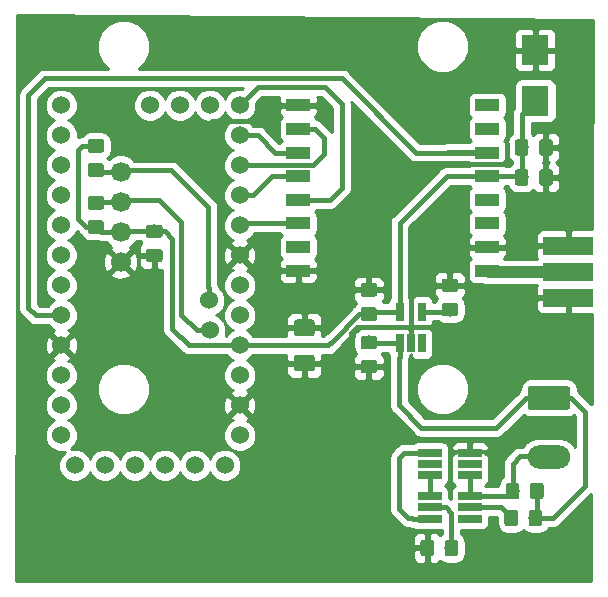
<source format=gbr>
G04 #@! TF.GenerationSoftware,KiCad,Pcbnew,(5.0.0)*
G04 #@! TF.CreationDate,2018-10-02T20:55:52+02:00*
G04 #@! TF.ProjectId,Board,426F6172642E6B696361645F70636200,rev?*
G04 #@! TF.SameCoordinates,PX811c3f0PY7c06000*
G04 #@! TF.FileFunction,Copper,L1,Top,Signal*
G04 #@! TF.FilePolarity,Positive*
%FSLAX46Y46*%
G04 Gerber Fmt 4.6, Leading zero omitted, Abs format (unit mm)*
G04 Created by KiCad (PCBNEW (5.0.0)) date 10/02/18 20:55:52*
%MOMM*%
%LPD*%
G01*
G04 APERTURE LIST*
G04 #@! TA.AperFunction,Conductor*
%ADD10C,0.100000*%
G04 #@! TD*
G04 #@! TA.AperFunction,SMDPad,CuDef*
%ADD11C,1.150000*%
G04 #@! TD*
G04 #@! TA.AperFunction,ComponentPad*
%ADD12C,1.524000*%
G04 #@! TD*
G04 #@! TA.AperFunction,ComponentPad*
%ADD13C,2.000000*%
G04 #@! TD*
G04 #@! TA.AperFunction,ComponentPad*
%ADD14O,3.600000X2.000000*%
G04 #@! TD*
G04 #@! TA.AperFunction,ComponentPad*
%ADD15C,1.700000*%
G04 #@! TD*
G04 #@! TA.AperFunction,SMDPad,CuDef*
%ADD16R,2.300000X2.500000*%
G04 #@! TD*
G04 #@! TA.AperFunction,SMDPad,CuDef*
%ADD17R,4.200000X1.524000*%
G04 #@! TD*
G04 #@! TA.AperFunction,SMDPad,CuDef*
%ADD18R,0.650000X1.560000*%
G04 #@! TD*
G04 #@! TA.AperFunction,SMDPad,CuDef*
%ADD19R,2.000000X0.650000*%
G04 #@! TD*
G04 #@! TA.AperFunction,SMDPad,CuDef*
%ADD20R,2.000000X1.000000*%
G04 #@! TD*
G04 #@! TA.AperFunction,SMDPad,CuDef*
%ADD21C,1.425000*%
G04 #@! TD*
G04 #@! TA.AperFunction,Conductor*
%ADD22C,0.400000*%
G04 #@! TD*
G04 #@! TA.AperFunction,Conductor*
%ADD23C,1.000000*%
G04 #@! TD*
G04 #@! TA.AperFunction,Conductor*
%ADD24C,0.254000*%
G04 #@! TD*
G04 APERTURE END LIST*
D10*
G04 #@! TO.N,sda*
G04 #@! TO.C,R2*
G36*
X7967505Y36124796D02*
X7991773Y36121196D01*
X8015572Y36115235D01*
X8038671Y36106970D01*
X8060850Y36096480D01*
X8081893Y36083868D01*
X8101599Y36069253D01*
X8119777Y36052777D01*
X8136253Y36034599D01*
X8150868Y36014893D01*
X8163480Y35993850D01*
X8173970Y35971671D01*
X8182235Y35948572D01*
X8188196Y35924773D01*
X8191796Y35900505D01*
X8193000Y35876001D01*
X8193000Y35225999D01*
X8191796Y35201495D01*
X8188196Y35177227D01*
X8182235Y35153428D01*
X8173970Y35130329D01*
X8163480Y35108150D01*
X8150868Y35087107D01*
X8136253Y35067401D01*
X8119777Y35049223D01*
X8101599Y35032747D01*
X8081893Y35018132D01*
X8060850Y35005520D01*
X8038671Y34995030D01*
X8015572Y34986765D01*
X7991773Y34980804D01*
X7967505Y34977204D01*
X7943001Y34976000D01*
X7042999Y34976000D01*
X7018495Y34977204D01*
X6994227Y34980804D01*
X6970428Y34986765D01*
X6947329Y34995030D01*
X6925150Y35005520D01*
X6904107Y35018132D01*
X6884401Y35032747D01*
X6866223Y35049223D01*
X6849747Y35067401D01*
X6835132Y35087107D01*
X6822520Y35108150D01*
X6812030Y35130329D01*
X6803765Y35153428D01*
X6797804Y35177227D01*
X6794204Y35201495D01*
X6793000Y35225999D01*
X6793000Y35876001D01*
X6794204Y35900505D01*
X6797804Y35924773D01*
X6803765Y35948572D01*
X6812030Y35971671D01*
X6822520Y35993850D01*
X6835132Y36014893D01*
X6849747Y36034599D01*
X6866223Y36052777D01*
X6884401Y36069253D01*
X6904107Y36083868D01*
X6925150Y36096480D01*
X6947329Y36106970D01*
X6970428Y36115235D01*
X6994227Y36121196D01*
X7018495Y36124796D01*
X7042999Y36126000D01*
X7943001Y36126000D01*
X7967505Y36124796D01*
X7967505Y36124796D01*
G37*
D11*
G04 #@! TD*
G04 #@! TO.P,R2,2*
G04 #@! TO.N,sda*
X7493000Y35551000D03*
D10*
G04 #@! TO.N,+3V3*
G04 #@! TO.C,R2*
G36*
X7967505Y38174796D02*
X7991773Y38171196D01*
X8015572Y38165235D01*
X8038671Y38156970D01*
X8060850Y38146480D01*
X8081893Y38133868D01*
X8101599Y38119253D01*
X8119777Y38102777D01*
X8136253Y38084599D01*
X8150868Y38064893D01*
X8163480Y38043850D01*
X8173970Y38021671D01*
X8182235Y37998572D01*
X8188196Y37974773D01*
X8191796Y37950505D01*
X8193000Y37926001D01*
X8193000Y37275999D01*
X8191796Y37251495D01*
X8188196Y37227227D01*
X8182235Y37203428D01*
X8173970Y37180329D01*
X8163480Y37158150D01*
X8150868Y37137107D01*
X8136253Y37117401D01*
X8119777Y37099223D01*
X8101599Y37082747D01*
X8081893Y37068132D01*
X8060850Y37055520D01*
X8038671Y37045030D01*
X8015572Y37036765D01*
X7991773Y37030804D01*
X7967505Y37027204D01*
X7943001Y37026000D01*
X7042999Y37026000D01*
X7018495Y37027204D01*
X6994227Y37030804D01*
X6970428Y37036765D01*
X6947329Y37045030D01*
X6925150Y37055520D01*
X6904107Y37068132D01*
X6884401Y37082747D01*
X6866223Y37099223D01*
X6849747Y37117401D01*
X6835132Y37137107D01*
X6822520Y37158150D01*
X6812030Y37180329D01*
X6803765Y37203428D01*
X6797804Y37227227D01*
X6794204Y37251495D01*
X6793000Y37275999D01*
X6793000Y37926001D01*
X6794204Y37950505D01*
X6797804Y37974773D01*
X6803765Y37998572D01*
X6812030Y38021671D01*
X6822520Y38043850D01*
X6835132Y38064893D01*
X6849747Y38084599D01*
X6866223Y38102777D01*
X6884401Y38119253D01*
X6904107Y38133868D01*
X6925150Y38146480D01*
X6947329Y38156970D01*
X6970428Y38165235D01*
X6994227Y38171196D01*
X7018495Y38174796D01*
X7042999Y38176000D01*
X7943001Y38176000D01*
X7967505Y38174796D01*
X7967505Y38174796D01*
G37*
D11*
G04 #@! TD*
G04 #@! TO.P,R2,1*
G04 #@! TO.N,+3V3*
X7493000Y37601000D03*
D10*
G04 #@! TO.N,+3V3*
G04 #@! TO.C,R4*
G36*
X7967505Y31298796D02*
X7991773Y31295196D01*
X8015572Y31289235D01*
X8038671Y31280970D01*
X8060850Y31270480D01*
X8081893Y31257868D01*
X8101599Y31243253D01*
X8119777Y31226777D01*
X8136253Y31208599D01*
X8150868Y31188893D01*
X8163480Y31167850D01*
X8173970Y31145671D01*
X8182235Y31122572D01*
X8188196Y31098773D01*
X8191796Y31074505D01*
X8193000Y31050001D01*
X8193000Y30399999D01*
X8191796Y30375495D01*
X8188196Y30351227D01*
X8182235Y30327428D01*
X8173970Y30304329D01*
X8163480Y30282150D01*
X8150868Y30261107D01*
X8136253Y30241401D01*
X8119777Y30223223D01*
X8101599Y30206747D01*
X8081893Y30192132D01*
X8060850Y30179520D01*
X8038671Y30169030D01*
X8015572Y30160765D01*
X7991773Y30154804D01*
X7967505Y30151204D01*
X7943001Y30150000D01*
X7042999Y30150000D01*
X7018495Y30151204D01*
X6994227Y30154804D01*
X6970428Y30160765D01*
X6947329Y30169030D01*
X6925150Y30179520D01*
X6904107Y30192132D01*
X6884401Y30206747D01*
X6866223Y30223223D01*
X6849747Y30241401D01*
X6835132Y30261107D01*
X6822520Y30282150D01*
X6812030Y30304329D01*
X6803765Y30327428D01*
X6797804Y30351227D01*
X6794204Y30375495D01*
X6793000Y30399999D01*
X6793000Y31050001D01*
X6794204Y31074505D01*
X6797804Y31098773D01*
X6803765Y31122572D01*
X6812030Y31145671D01*
X6822520Y31167850D01*
X6835132Y31188893D01*
X6849747Y31208599D01*
X6866223Y31226777D01*
X6884401Y31243253D01*
X6904107Y31257868D01*
X6925150Y31270480D01*
X6947329Y31280970D01*
X6970428Y31289235D01*
X6994227Y31295196D01*
X7018495Y31298796D01*
X7042999Y31300000D01*
X7943001Y31300000D01*
X7967505Y31298796D01*
X7967505Y31298796D01*
G37*
D11*
G04 #@! TD*
G04 #@! TO.P,R4,1*
G04 #@! TO.N,+3V3*
X7493000Y30725000D03*
D10*
G04 #@! TO.N,scl*
G04 #@! TO.C,R4*
G36*
X7967505Y33348796D02*
X7991773Y33345196D01*
X8015572Y33339235D01*
X8038671Y33330970D01*
X8060850Y33320480D01*
X8081893Y33307868D01*
X8101599Y33293253D01*
X8119777Y33276777D01*
X8136253Y33258599D01*
X8150868Y33238893D01*
X8163480Y33217850D01*
X8173970Y33195671D01*
X8182235Y33172572D01*
X8188196Y33148773D01*
X8191796Y33124505D01*
X8193000Y33100001D01*
X8193000Y32449999D01*
X8191796Y32425495D01*
X8188196Y32401227D01*
X8182235Y32377428D01*
X8173970Y32354329D01*
X8163480Y32332150D01*
X8150868Y32311107D01*
X8136253Y32291401D01*
X8119777Y32273223D01*
X8101599Y32256747D01*
X8081893Y32242132D01*
X8060850Y32229520D01*
X8038671Y32219030D01*
X8015572Y32210765D01*
X7991773Y32204804D01*
X7967505Y32201204D01*
X7943001Y32200000D01*
X7042999Y32200000D01*
X7018495Y32201204D01*
X6994227Y32204804D01*
X6970428Y32210765D01*
X6947329Y32219030D01*
X6925150Y32229520D01*
X6904107Y32242132D01*
X6884401Y32256747D01*
X6866223Y32273223D01*
X6849747Y32291401D01*
X6835132Y32311107D01*
X6822520Y32332150D01*
X6812030Y32354329D01*
X6803765Y32377428D01*
X6797804Y32401227D01*
X6794204Y32425495D01*
X6793000Y32449999D01*
X6793000Y33100001D01*
X6794204Y33124505D01*
X6797804Y33148773D01*
X6803765Y33172572D01*
X6812030Y33195671D01*
X6822520Y33217850D01*
X6835132Y33238893D01*
X6849747Y33258599D01*
X6866223Y33276777D01*
X6884401Y33293253D01*
X6904107Y33307868D01*
X6925150Y33320480D01*
X6947329Y33330970D01*
X6970428Y33339235D01*
X6994227Y33345196D01*
X7018495Y33348796D01*
X7042999Y33350000D01*
X7943001Y33350000D01*
X7967505Y33348796D01*
X7967505Y33348796D01*
G37*
D11*
G04 #@! TD*
G04 #@! TO.P,R4,2*
G04 #@! TO.N,scl*
X7493000Y32775000D03*
D12*
G04 #@! TO.P,U4,1*
G04 #@! TO.N,Net-(U4-Pad1)*
X4565000Y13081000D03*
G04 #@! TO.P,U4,2*
G04 #@! TO.N,Net-(U4-Pad2)*
X4565000Y15621000D03*
G04 #@! TO.P,U4,3*
G04 #@! TO.N,Net-(U4-Pad3)*
X4565000Y18161000D03*
G04 #@! TO.P,U4,4*
G04 #@! TO.N,GND*
X4565000Y20701000D03*
G04 #@! TO.P,U4,5*
G04 #@! TO.N,LoRa_INT*
X4565000Y23241000D03*
G04 #@! TO.P,U4,6*
G04 #@! TO.N,Net-(U4-Pad6)*
X4565000Y25781000D03*
G04 #@! TO.P,U4,7*
G04 #@! TO.N,Net-(U4-Pad7)*
X4565000Y28321000D03*
G04 #@! TO.P,U4,8*
G04 #@! TO.N,Net-(U4-Pad8)*
X4565000Y30861000D03*
G04 #@! TO.P,U4,9*
G04 #@! TO.N,Net-(U4-Pad9)*
X4565000Y33401000D03*
G04 #@! TO.P,U4,10*
G04 #@! TO.N,Net-(U4-Pad10)*
X4565000Y35941000D03*
G04 #@! TO.P,U4,11*
G04 #@! TO.N,Net-(U4-Pad11)*
X4565000Y38481000D03*
G04 #@! TO.P,U4,12*
G04 #@! TO.N,Net-(U4-Pad12)*
X4565000Y41021000D03*
G04 #@! TO.P,U4,13*
G04 #@! TO.N,LoRaSS*
X19685000Y41021000D03*
G04 #@! TO.P,U4,14*
G04 #@! TO.N,MOSI*
X19685000Y38481000D03*
G04 #@! TO.P,U4,15*
G04 #@! TO.N,MISO*
X19685000Y35941000D03*
G04 #@! TO.P,U4,16*
G04 #@! TO.N,SCK*
X19685000Y33401000D03*
G04 #@! TO.P,U4,17*
G04 #@! TO.N,LoRaReset*
X19685000Y30861000D03*
G04 #@! TO.P,U4,18*
G04 #@! TO.N,GND*
X19685000Y28321000D03*
G04 #@! TO.P,U4,19*
G04 #@! TO.N,Net-(U4-Pad19)*
X19685000Y25781000D03*
G04 #@! TO.P,U4,20*
G04 #@! TO.N,Net-(U4-Pad20)*
X19685000Y23241000D03*
G04 #@! TO.P,U4,21*
G04 #@! TO.N,sda*
X17065000Y24521000D03*
G04 #@! TO.P,U4,22*
G04 #@! TO.N,scl*
X17145000Y21971000D03*
G04 #@! TO.P,U4,23*
G04 #@! TO.N,+3V3*
X19685000Y20701000D03*
G04 #@! TO.P,U4,24*
G04 #@! TO.N,Net-(U4-Pad24)*
X19685000Y18161000D03*
G04 #@! TO.P,U4,25*
G04 #@! TO.N,GND*
X19685000Y15621000D03*
G04 #@! TO.P,U4,26*
G04 #@! TO.N,Net-(U4-Pad26)*
X19685000Y13081000D03*
G04 #@! TO.P,U4,27*
G04 #@! TO.N,Net-(U4-Pad27)*
X17145000Y41021000D03*
G04 #@! TO.P,U4,28*
G04 #@! TO.N,Net-(U4-Pad28)*
X14605000Y41021000D03*
G04 #@! TO.P,U4,29*
G04 #@! TO.N,Net-(U4-Pad29)*
X12065000Y41021000D03*
G04 #@! TO.P,U4,30*
G04 #@! TO.N,Net-(U4-Pad30)*
X5715000Y10541000D03*
G04 #@! TO.P,U4,31*
G04 #@! TO.N,Net-(U4-Pad31)*
X8255000Y10541000D03*
G04 #@! TO.P,U4,32*
G04 #@! TO.N,Net-(U4-Pad32)*
X10795000Y10541000D03*
G04 #@! TO.P,U4,33*
G04 #@! TO.N,Net-(U4-Pad33)*
X13335000Y10541000D03*
G04 #@! TO.P,U4,34*
G04 #@! TO.N,Net-(U4-Pad34)*
X15875000Y10541000D03*
G04 #@! TO.P,U4,35*
G04 #@! TO.N,Net-(U4-Pad35)*
X18415000Y10541000D03*
G04 #@! TD*
D10*
G04 #@! TO.N,+BATT*
G04 #@! TO.C,B1*
G36*
X47421504Y17254796D02*
X47445773Y17251196D01*
X47469571Y17245235D01*
X47492671Y17236970D01*
X47514849Y17226480D01*
X47535893Y17213867D01*
X47555598Y17199253D01*
X47573777Y17182777D01*
X47590253Y17164598D01*
X47604867Y17144893D01*
X47617480Y17123849D01*
X47627970Y17101671D01*
X47636235Y17078571D01*
X47642196Y17054773D01*
X47645796Y17030504D01*
X47647000Y17006000D01*
X47647000Y15506000D01*
X47645796Y15481496D01*
X47642196Y15457227D01*
X47636235Y15433429D01*
X47627970Y15410329D01*
X47617480Y15388151D01*
X47604867Y15367107D01*
X47590253Y15347402D01*
X47573777Y15329223D01*
X47555598Y15312747D01*
X47535893Y15298133D01*
X47514849Y15285520D01*
X47492671Y15275030D01*
X47469571Y15266765D01*
X47445773Y15260804D01*
X47421504Y15257204D01*
X47397000Y15256000D01*
X44297000Y15256000D01*
X44272496Y15257204D01*
X44248227Y15260804D01*
X44224429Y15266765D01*
X44201329Y15275030D01*
X44179151Y15285520D01*
X44158107Y15298133D01*
X44138402Y15312747D01*
X44120223Y15329223D01*
X44103747Y15347402D01*
X44089133Y15367107D01*
X44076520Y15388151D01*
X44066030Y15410329D01*
X44057765Y15433429D01*
X44051804Y15457227D01*
X44048204Y15481496D01*
X44047000Y15506000D01*
X44047000Y17006000D01*
X44048204Y17030504D01*
X44051804Y17054773D01*
X44057765Y17078571D01*
X44066030Y17101671D01*
X44076520Y17123849D01*
X44089133Y17144893D01*
X44103747Y17164598D01*
X44120223Y17182777D01*
X44138402Y17199253D01*
X44158107Y17213867D01*
X44179151Y17226480D01*
X44201329Y17236970D01*
X44224429Y17245235D01*
X44248227Y17251196D01*
X44272496Y17254796D01*
X44297000Y17256000D01*
X47397000Y17256000D01*
X47421504Y17254796D01*
X47421504Y17254796D01*
G37*
D13*
G04 #@! TD*
G04 #@! TO.P,B1,1*
G04 #@! TO.N,+BATT*
X45847000Y16256000D03*
D14*
G04 #@! TO.P,B1,2*
G04 #@! TO.N,Net-(B1-Pad2)*
X45847000Y11256000D03*
G04 #@! TD*
D15*
G04 #@! TO.P,U5,1*
G04 #@! TO.N,GND*
X9596000Y27768000D03*
G04 #@! TO.P,U5,2*
G04 #@! TO.N,+3V3*
X9596000Y30308000D03*
G04 #@! TO.P,U5,3*
G04 #@! TO.N,scl*
X9596000Y32848000D03*
G04 #@! TO.P,U5,4*
G04 #@! TO.N,sda*
X9596000Y35388000D03*
G04 #@! TD*
D10*
G04 #@! TO.N,+BATT*
G04 #@! TO.C,C1*
G36*
X45189505Y9080796D02*
X45213773Y9077196D01*
X45237572Y9071235D01*
X45260671Y9062970D01*
X45282850Y9052480D01*
X45303893Y9039868D01*
X45323599Y9025253D01*
X45341777Y9008777D01*
X45358253Y8990599D01*
X45372868Y8970893D01*
X45385480Y8949850D01*
X45395970Y8927671D01*
X45404235Y8904572D01*
X45410196Y8880773D01*
X45413796Y8856505D01*
X45415000Y8832001D01*
X45415000Y7931999D01*
X45413796Y7907495D01*
X45410196Y7883227D01*
X45404235Y7859428D01*
X45395970Y7836329D01*
X45385480Y7814150D01*
X45372868Y7793107D01*
X45358253Y7773401D01*
X45341777Y7755223D01*
X45323599Y7738747D01*
X45303893Y7724132D01*
X45282850Y7711520D01*
X45260671Y7701030D01*
X45237572Y7692765D01*
X45213773Y7686804D01*
X45189505Y7683204D01*
X45165001Y7682000D01*
X44514999Y7682000D01*
X44490495Y7683204D01*
X44466227Y7686804D01*
X44442428Y7692765D01*
X44419329Y7701030D01*
X44397150Y7711520D01*
X44376107Y7724132D01*
X44356401Y7738747D01*
X44338223Y7755223D01*
X44321747Y7773401D01*
X44307132Y7793107D01*
X44294520Y7814150D01*
X44284030Y7836329D01*
X44275765Y7859428D01*
X44269804Y7883227D01*
X44266204Y7907495D01*
X44265000Y7931999D01*
X44265000Y8832001D01*
X44266204Y8856505D01*
X44269804Y8880773D01*
X44275765Y8904572D01*
X44284030Y8927671D01*
X44294520Y8949850D01*
X44307132Y8970893D01*
X44321747Y8990599D01*
X44338223Y9008777D01*
X44356401Y9025253D01*
X44376107Y9039868D01*
X44397150Y9052480D01*
X44419329Y9062970D01*
X44442428Y9071235D01*
X44466227Y9077196D01*
X44490495Y9080796D01*
X44514999Y9082000D01*
X45165001Y9082000D01*
X45189505Y9080796D01*
X45189505Y9080796D01*
G37*
D11*
G04 #@! TD*
G04 #@! TO.P,C1,1*
G04 #@! TO.N,+BATT*
X44840000Y8382000D03*
D10*
G04 #@! TO.N,Net-(B1-Pad2)*
G04 #@! TO.C,C1*
G36*
X43139505Y9080796D02*
X43163773Y9077196D01*
X43187572Y9071235D01*
X43210671Y9062970D01*
X43232850Y9052480D01*
X43253893Y9039868D01*
X43273599Y9025253D01*
X43291777Y9008777D01*
X43308253Y8990599D01*
X43322868Y8970893D01*
X43335480Y8949850D01*
X43345970Y8927671D01*
X43354235Y8904572D01*
X43360196Y8880773D01*
X43363796Y8856505D01*
X43365000Y8832001D01*
X43365000Y7931999D01*
X43363796Y7907495D01*
X43360196Y7883227D01*
X43354235Y7859428D01*
X43345970Y7836329D01*
X43335480Y7814150D01*
X43322868Y7793107D01*
X43308253Y7773401D01*
X43291777Y7755223D01*
X43273599Y7738747D01*
X43253893Y7724132D01*
X43232850Y7711520D01*
X43210671Y7701030D01*
X43187572Y7692765D01*
X43163773Y7686804D01*
X43139505Y7683204D01*
X43115001Y7682000D01*
X42464999Y7682000D01*
X42440495Y7683204D01*
X42416227Y7686804D01*
X42392428Y7692765D01*
X42369329Y7701030D01*
X42347150Y7711520D01*
X42326107Y7724132D01*
X42306401Y7738747D01*
X42288223Y7755223D01*
X42271747Y7773401D01*
X42257132Y7793107D01*
X42244520Y7814150D01*
X42234030Y7836329D01*
X42225765Y7859428D01*
X42219804Y7883227D01*
X42216204Y7907495D01*
X42215000Y7931999D01*
X42215000Y8832001D01*
X42216204Y8856505D01*
X42219804Y8880773D01*
X42225765Y8904572D01*
X42234030Y8927671D01*
X42244520Y8949850D01*
X42257132Y8970893D01*
X42271747Y8990599D01*
X42288223Y9008777D01*
X42306401Y9025253D01*
X42326107Y9039868D01*
X42347150Y9052480D01*
X42369329Y9062970D01*
X42392428Y9071235D01*
X42416227Y9077196D01*
X42440495Y9080796D01*
X42464999Y9082000D01*
X43115001Y9082000D01*
X43139505Y9080796D01*
X43139505Y9080796D01*
G37*
D11*
G04 #@! TD*
G04 #@! TO.P,C1,2*
G04 #@! TO.N,Net-(B1-Pad2)*
X42790000Y8382000D03*
D10*
G04 #@! TO.N,GND*
G04 #@! TO.C,C2*
G36*
X31081505Y19478796D02*
X31105773Y19475196D01*
X31129572Y19469235D01*
X31152671Y19460970D01*
X31174850Y19450480D01*
X31195893Y19437868D01*
X31215599Y19423253D01*
X31233777Y19406777D01*
X31250253Y19388599D01*
X31264868Y19368893D01*
X31277480Y19347850D01*
X31287970Y19325671D01*
X31296235Y19302572D01*
X31302196Y19278773D01*
X31305796Y19254505D01*
X31307000Y19230001D01*
X31307000Y18579999D01*
X31305796Y18555495D01*
X31302196Y18531227D01*
X31296235Y18507428D01*
X31287970Y18484329D01*
X31277480Y18462150D01*
X31264868Y18441107D01*
X31250253Y18421401D01*
X31233777Y18403223D01*
X31215599Y18386747D01*
X31195893Y18372132D01*
X31174850Y18359520D01*
X31152671Y18349030D01*
X31129572Y18340765D01*
X31105773Y18334804D01*
X31081505Y18331204D01*
X31057001Y18330000D01*
X30156999Y18330000D01*
X30132495Y18331204D01*
X30108227Y18334804D01*
X30084428Y18340765D01*
X30061329Y18349030D01*
X30039150Y18359520D01*
X30018107Y18372132D01*
X29998401Y18386747D01*
X29980223Y18403223D01*
X29963747Y18421401D01*
X29949132Y18441107D01*
X29936520Y18462150D01*
X29926030Y18484329D01*
X29917765Y18507428D01*
X29911804Y18531227D01*
X29908204Y18555495D01*
X29907000Y18579999D01*
X29907000Y19230001D01*
X29908204Y19254505D01*
X29911804Y19278773D01*
X29917765Y19302572D01*
X29926030Y19325671D01*
X29936520Y19347850D01*
X29949132Y19368893D01*
X29963747Y19388599D01*
X29980223Y19406777D01*
X29998401Y19423253D01*
X30018107Y19437868D01*
X30039150Y19450480D01*
X30061329Y19460970D01*
X30084428Y19469235D01*
X30108227Y19475196D01*
X30132495Y19478796D01*
X30156999Y19480000D01*
X31057001Y19480000D01*
X31081505Y19478796D01*
X31081505Y19478796D01*
G37*
D11*
G04 #@! TD*
G04 #@! TO.P,C2,2*
G04 #@! TO.N,GND*
X30607000Y18905000D03*
D10*
G04 #@! TO.N,+BATT*
G04 #@! TO.C,C2*
G36*
X31081505Y21528796D02*
X31105773Y21525196D01*
X31129572Y21519235D01*
X31152671Y21510970D01*
X31174850Y21500480D01*
X31195893Y21487868D01*
X31215599Y21473253D01*
X31233777Y21456777D01*
X31250253Y21438599D01*
X31264868Y21418893D01*
X31277480Y21397850D01*
X31287970Y21375671D01*
X31296235Y21352572D01*
X31302196Y21328773D01*
X31305796Y21304505D01*
X31307000Y21280001D01*
X31307000Y20629999D01*
X31305796Y20605495D01*
X31302196Y20581227D01*
X31296235Y20557428D01*
X31287970Y20534329D01*
X31277480Y20512150D01*
X31264868Y20491107D01*
X31250253Y20471401D01*
X31233777Y20453223D01*
X31215599Y20436747D01*
X31195893Y20422132D01*
X31174850Y20409520D01*
X31152671Y20399030D01*
X31129572Y20390765D01*
X31105773Y20384804D01*
X31081505Y20381204D01*
X31057001Y20380000D01*
X30156999Y20380000D01*
X30132495Y20381204D01*
X30108227Y20384804D01*
X30084428Y20390765D01*
X30061329Y20399030D01*
X30039150Y20409520D01*
X30018107Y20422132D01*
X29998401Y20436747D01*
X29980223Y20453223D01*
X29963747Y20471401D01*
X29949132Y20491107D01*
X29936520Y20512150D01*
X29926030Y20534329D01*
X29917765Y20557428D01*
X29911804Y20581227D01*
X29908204Y20605495D01*
X29907000Y20629999D01*
X29907000Y21280001D01*
X29908204Y21304505D01*
X29911804Y21328773D01*
X29917765Y21352572D01*
X29926030Y21375671D01*
X29936520Y21397850D01*
X29949132Y21418893D01*
X29963747Y21438599D01*
X29980223Y21456777D01*
X29998401Y21473253D01*
X30018107Y21487868D01*
X30039150Y21500480D01*
X30061329Y21510970D01*
X30084428Y21519235D01*
X30108227Y21525196D01*
X30132495Y21528796D01*
X30156999Y21530000D01*
X31057001Y21530000D01*
X31081505Y21528796D01*
X31081505Y21528796D01*
G37*
D11*
G04 #@! TD*
G04 #@! TO.P,C2,1*
G04 #@! TO.N,+BATT*
X30607000Y20955000D03*
D10*
G04 #@! TO.N,+3V3*
G04 #@! TO.C,C3*
G36*
X12920505Y30935796D02*
X12944773Y30932196D01*
X12968572Y30926235D01*
X12991671Y30917970D01*
X13013850Y30907480D01*
X13034893Y30894868D01*
X13054599Y30880253D01*
X13072777Y30863777D01*
X13089253Y30845599D01*
X13103868Y30825893D01*
X13116480Y30804850D01*
X13126970Y30782671D01*
X13135235Y30759572D01*
X13141196Y30735773D01*
X13144796Y30711505D01*
X13146000Y30687001D01*
X13146000Y30036999D01*
X13144796Y30012495D01*
X13141196Y29988227D01*
X13135235Y29964428D01*
X13126970Y29941329D01*
X13116480Y29919150D01*
X13103868Y29898107D01*
X13089253Y29878401D01*
X13072777Y29860223D01*
X13054599Y29843747D01*
X13034893Y29829132D01*
X13013850Y29816520D01*
X12991671Y29806030D01*
X12968572Y29797765D01*
X12944773Y29791804D01*
X12920505Y29788204D01*
X12896001Y29787000D01*
X11995999Y29787000D01*
X11971495Y29788204D01*
X11947227Y29791804D01*
X11923428Y29797765D01*
X11900329Y29806030D01*
X11878150Y29816520D01*
X11857107Y29829132D01*
X11837401Y29843747D01*
X11819223Y29860223D01*
X11802747Y29878401D01*
X11788132Y29898107D01*
X11775520Y29919150D01*
X11765030Y29941329D01*
X11756765Y29964428D01*
X11750804Y29988227D01*
X11747204Y30012495D01*
X11746000Y30036999D01*
X11746000Y30687001D01*
X11747204Y30711505D01*
X11750804Y30735773D01*
X11756765Y30759572D01*
X11765030Y30782671D01*
X11775520Y30804850D01*
X11788132Y30825893D01*
X11802747Y30845599D01*
X11819223Y30863777D01*
X11837401Y30880253D01*
X11857107Y30894868D01*
X11878150Y30907480D01*
X11900329Y30917970D01*
X11923428Y30926235D01*
X11947227Y30932196D01*
X11971495Y30935796D01*
X11995999Y30937000D01*
X12896001Y30937000D01*
X12920505Y30935796D01*
X12920505Y30935796D01*
G37*
D11*
G04 #@! TD*
G04 #@! TO.P,C3,1*
G04 #@! TO.N,+3V3*
X12446000Y30362000D03*
D10*
G04 #@! TO.N,GND*
G04 #@! TO.C,C3*
G36*
X12920505Y28885796D02*
X12944773Y28882196D01*
X12968572Y28876235D01*
X12991671Y28867970D01*
X13013850Y28857480D01*
X13034893Y28844868D01*
X13054599Y28830253D01*
X13072777Y28813777D01*
X13089253Y28795599D01*
X13103868Y28775893D01*
X13116480Y28754850D01*
X13126970Y28732671D01*
X13135235Y28709572D01*
X13141196Y28685773D01*
X13144796Y28661505D01*
X13146000Y28637001D01*
X13146000Y27986999D01*
X13144796Y27962495D01*
X13141196Y27938227D01*
X13135235Y27914428D01*
X13126970Y27891329D01*
X13116480Y27869150D01*
X13103868Y27848107D01*
X13089253Y27828401D01*
X13072777Y27810223D01*
X13054599Y27793747D01*
X13034893Y27779132D01*
X13013850Y27766520D01*
X12991671Y27756030D01*
X12968572Y27747765D01*
X12944773Y27741804D01*
X12920505Y27738204D01*
X12896001Y27737000D01*
X11995999Y27737000D01*
X11971495Y27738204D01*
X11947227Y27741804D01*
X11923428Y27747765D01*
X11900329Y27756030D01*
X11878150Y27766520D01*
X11857107Y27779132D01*
X11837401Y27793747D01*
X11819223Y27810223D01*
X11802747Y27828401D01*
X11788132Y27848107D01*
X11775520Y27869150D01*
X11765030Y27891329D01*
X11756765Y27914428D01*
X11750804Y27938227D01*
X11747204Y27962495D01*
X11746000Y27986999D01*
X11746000Y28637001D01*
X11747204Y28661505D01*
X11750804Y28685773D01*
X11756765Y28709572D01*
X11765030Y28732671D01*
X11775520Y28754850D01*
X11788132Y28775893D01*
X11802747Y28795599D01*
X11819223Y28813777D01*
X11837401Y28830253D01*
X11857107Y28844868D01*
X11878150Y28857480D01*
X11900329Y28867970D01*
X11923428Y28876235D01*
X11947227Y28882196D01*
X11971495Y28885796D01*
X11995999Y28887000D01*
X12896001Y28887000D01*
X12920505Y28885796D01*
X12920505Y28885796D01*
G37*
D11*
G04 #@! TD*
G04 #@! TO.P,C3,2*
G04 #@! TO.N,GND*
X12446000Y28312000D03*
D10*
G04 #@! TO.N,GND*
G04 #@! TO.C,C5*
G36*
X45951505Y38163796D02*
X45975773Y38160196D01*
X45999572Y38154235D01*
X46022671Y38145970D01*
X46044850Y38135480D01*
X46065893Y38122868D01*
X46085599Y38108253D01*
X46103777Y38091777D01*
X46120253Y38073599D01*
X46134868Y38053893D01*
X46147480Y38032850D01*
X46157970Y38010671D01*
X46166235Y37987572D01*
X46172196Y37963773D01*
X46175796Y37939505D01*
X46177000Y37915001D01*
X46177000Y37014999D01*
X46175796Y36990495D01*
X46172196Y36966227D01*
X46166235Y36942428D01*
X46157970Y36919329D01*
X46147480Y36897150D01*
X46134868Y36876107D01*
X46120253Y36856401D01*
X46103777Y36838223D01*
X46085599Y36821747D01*
X46065893Y36807132D01*
X46044850Y36794520D01*
X46022671Y36784030D01*
X45999572Y36775765D01*
X45975773Y36769804D01*
X45951505Y36766204D01*
X45927001Y36765000D01*
X45276999Y36765000D01*
X45252495Y36766204D01*
X45228227Y36769804D01*
X45204428Y36775765D01*
X45181329Y36784030D01*
X45159150Y36794520D01*
X45138107Y36807132D01*
X45118401Y36821747D01*
X45100223Y36838223D01*
X45083747Y36856401D01*
X45069132Y36876107D01*
X45056520Y36897150D01*
X45046030Y36919329D01*
X45037765Y36942428D01*
X45031804Y36966227D01*
X45028204Y36990495D01*
X45027000Y37014999D01*
X45027000Y37915001D01*
X45028204Y37939505D01*
X45031804Y37963773D01*
X45037765Y37987572D01*
X45046030Y38010671D01*
X45056520Y38032850D01*
X45069132Y38053893D01*
X45083747Y38073599D01*
X45100223Y38091777D01*
X45118401Y38108253D01*
X45138107Y38122868D01*
X45159150Y38135480D01*
X45181329Y38145970D01*
X45204428Y38154235D01*
X45228227Y38160196D01*
X45252495Y38163796D01*
X45276999Y38165000D01*
X45927001Y38165000D01*
X45951505Y38163796D01*
X45951505Y38163796D01*
G37*
D11*
G04 #@! TD*
G04 #@! TO.P,C5,2*
G04 #@! TO.N,GND*
X45602000Y37465000D03*
D10*
G04 #@! TO.N,+3V3*
G04 #@! TO.C,C5*
G36*
X43901505Y38163796D02*
X43925773Y38160196D01*
X43949572Y38154235D01*
X43972671Y38145970D01*
X43994850Y38135480D01*
X44015893Y38122868D01*
X44035599Y38108253D01*
X44053777Y38091777D01*
X44070253Y38073599D01*
X44084868Y38053893D01*
X44097480Y38032850D01*
X44107970Y38010671D01*
X44116235Y37987572D01*
X44122196Y37963773D01*
X44125796Y37939505D01*
X44127000Y37915001D01*
X44127000Y37014999D01*
X44125796Y36990495D01*
X44122196Y36966227D01*
X44116235Y36942428D01*
X44107970Y36919329D01*
X44097480Y36897150D01*
X44084868Y36876107D01*
X44070253Y36856401D01*
X44053777Y36838223D01*
X44035599Y36821747D01*
X44015893Y36807132D01*
X43994850Y36794520D01*
X43972671Y36784030D01*
X43949572Y36775765D01*
X43925773Y36769804D01*
X43901505Y36766204D01*
X43877001Y36765000D01*
X43226999Y36765000D01*
X43202495Y36766204D01*
X43178227Y36769804D01*
X43154428Y36775765D01*
X43131329Y36784030D01*
X43109150Y36794520D01*
X43088107Y36807132D01*
X43068401Y36821747D01*
X43050223Y36838223D01*
X43033747Y36856401D01*
X43019132Y36876107D01*
X43006520Y36897150D01*
X42996030Y36919329D01*
X42987765Y36942428D01*
X42981804Y36966227D01*
X42978204Y36990495D01*
X42977000Y37014999D01*
X42977000Y37915001D01*
X42978204Y37939505D01*
X42981804Y37963773D01*
X42987765Y37987572D01*
X42996030Y38010671D01*
X43006520Y38032850D01*
X43019132Y38053893D01*
X43033747Y38073599D01*
X43050223Y38091777D01*
X43068401Y38108253D01*
X43088107Y38122868D01*
X43109150Y38135480D01*
X43131329Y38145970D01*
X43154428Y38154235D01*
X43178227Y38160196D01*
X43202495Y38163796D01*
X43226999Y38165000D01*
X43877001Y38165000D01*
X43901505Y38163796D01*
X43901505Y38163796D01*
G37*
D11*
G04 #@! TD*
G04 #@! TO.P,C5,1*
G04 #@! TO.N,+3V3*
X43552000Y37465000D03*
D10*
G04 #@! TO.N,Net-(C6-Pad1)*
G04 #@! TO.C,C6*
G36*
X37939505Y24313796D02*
X37963773Y24310196D01*
X37987572Y24304235D01*
X38010671Y24295970D01*
X38032850Y24285480D01*
X38053893Y24272868D01*
X38073599Y24258253D01*
X38091777Y24241777D01*
X38108253Y24223599D01*
X38122868Y24203893D01*
X38135480Y24182850D01*
X38145970Y24160671D01*
X38154235Y24137572D01*
X38160196Y24113773D01*
X38163796Y24089505D01*
X38165000Y24065001D01*
X38165000Y23414999D01*
X38163796Y23390495D01*
X38160196Y23366227D01*
X38154235Y23342428D01*
X38145970Y23319329D01*
X38135480Y23297150D01*
X38122868Y23276107D01*
X38108253Y23256401D01*
X38091777Y23238223D01*
X38073599Y23221747D01*
X38053893Y23207132D01*
X38032850Y23194520D01*
X38010671Y23184030D01*
X37987572Y23175765D01*
X37963773Y23169804D01*
X37939505Y23166204D01*
X37915001Y23165000D01*
X37014999Y23165000D01*
X36990495Y23166204D01*
X36966227Y23169804D01*
X36942428Y23175765D01*
X36919329Y23184030D01*
X36897150Y23194520D01*
X36876107Y23207132D01*
X36856401Y23221747D01*
X36838223Y23238223D01*
X36821747Y23256401D01*
X36807132Y23276107D01*
X36794520Y23297150D01*
X36784030Y23319329D01*
X36775765Y23342428D01*
X36769804Y23366227D01*
X36766204Y23390495D01*
X36765000Y23414999D01*
X36765000Y24065001D01*
X36766204Y24089505D01*
X36769804Y24113773D01*
X36775765Y24137572D01*
X36784030Y24160671D01*
X36794520Y24182850D01*
X36807132Y24203893D01*
X36821747Y24223599D01*
X36838223Y24241777D01*
X36856401Y24258253D01*
X36876107Y24272868D01*
X36897150Y24285480D01*
X36919329Y24295970D01*
X36942428Y24304235D01*
X36966227Y24310196D01*
X36990495Y24313796D01*
X37014999Y24315000D01*
X37915001Y24315000D01*
X37939505Y24313796D01*
X37939505Y24313796D01*
G37*
D11*
G04 #@! TD*
G04 #@! TO.P,C6,1*
G04 #@! TO.N,Net-(C6-Pad1)*
X37465000Y23740000D03*
D10*
G04 #@! TO.N,GND*
G04 #@! TO.C,C6*
G36*
X37939505Y26363796D02*
X37963773Y26360196D01*
X37987572Y26354235D01*
X38010671Y26345970D01*
X38032850Y26335480D01*
X38053893Y26322868D01*
X38073599Y26308253D01*
X38091777Y26291777D01*
X38108253Y26273599D01*
X38122868Y26253893D01*
X38135480Y26232850D01*
X38145970Y26210671D01*
X38154235Y26187572D01*
X38160196Y26163773D01*
X38163796Y26139505D01*
X38165000Y26115001D01*
X38165000Y25464999D01*
X38163796Y25440495D01*
X38160196Y25416227D01*
X38154235Y25392428D01*
X38145970Y25369329D01*
X38135480Y25347150D01*
X38122868Y25326107D01*
X38108253Y25306401D01*
X38091777Y25288223D01*
X38073599Y25271747D01*
X38053893Y25257132D01*
X38032850Y25244520D01*
X38010671Y25234030D01*
X37987572Y25225765D01*
X37963773Y25219804D01*
X37939505Y25216204D01*
X37915001Y25215000D01*
X37014999Y25215000D01*
X36990495Y25216204D01*
X36966227Y25219804D01*
X36942428Y25225765D01*
X36919329Y25234030D01*
X36897150Y25244520D01*
X36876107Y25257132D01*
X36856401Y25271747D01*
X36838223Y25288223D01*
X36821747Y25306401D01*
X36807132Y25326107D01*
X36794520Y25347150D01*
X36784030Y25369329D01*
X36775765Y25392428D01*
X36769804Y25416227D01*
X36766204Y25440495D01*
X36765000Y25464999D01*
X36765000Y26115001D01*
X36766204Y26139505D01*
X36769804Y26163773D01*
X36775765Y26187572D01*
X36784030Y26210671D01*
X36794520Y26232850D01*
X36807132Y26253893D01*
X36821747Y26273599D01*
X36838223Y26291777D01*
X36856401Y26308253D01*
X36876107Y26322868D01*
X36897150Y26335480D01*
X36919329Y26345970D01*
X36942428Y26354235D01*
X36966227Y26360196D01*
X36990495Y26363796D01*
X37014999Y26365000D01*
X37915001Y26365000D01*
X37939505Y26363796D01*
X37939505Y26363796D01*
G37*
D11*
G04 #@! TD*
G04 #@! TO.P,C6,2*
G04 #@! TO.N,GND*
X37465000Y25790000D03*
D10*
G04 #@! TO.N,GND*
G04 #@! TO.C,C7*
G36*
X31081505Y25982796D02*
X31105773Y25979196D01*
X31129572Y25973235D01*
X31152671Y25964970D01*
X31174850Y25954480D01*
X31195893Y25941868D01*
X31215599Y25927253D01*
X31233777Y25910777D01*
X31250253Y25892599D01*
X31264868Y25872893D01*
X31277480Y25851850D01*
X31287970Y25829671D01*
X31296235Y25806572D01*
X31302196Y25782773D01*
X31305796Y25758505D01*
X31307000Y25734001D01*
X31307000Y25083999D01*
X31305796Y25059495D01*
X31302196Y25035227D01*
X31296235Y25011428D01*
X31287970Y24988329D01*
X31277480Y24966150D01*
X31264868Y24945107D01*
X31250253Y24925401D01*
X31233777Y24907223D01*
X31215599Y24890747D01*
X31195893Y24876132D01*
X31174850Y24863520D01*
X31152671Y24853030D01*
X31129572Y24844765D01*
X31105773Y24838804D01*
X31081505Y24835204D01*
X31057001Y24834000D01*
X30156999Y24834000D01*
X30132495Y24835204D01*
X30108227Y24838804D01*
X30084428Y24844765D01*
X30061329Y24853030D01*
X30039150Y24863520D01*
X30018107Y24876132D01*
X29998401Y24890747D01*
X29980223Y24907223D01*
X29963747Y24925401D01*
X29949132Y24945107D01*
X29936520Y24966150D01*
X29926030Y24988329D01*
X29917765Y25011428D01*
X29911804Y25035227D01*
X29908204Y25059495D01*
X29907000Y25083999D01*
X29907000Y25734001D01*
X29908204Y25758505D01*
X29911804Y25782773D01*
X29917765Y25806572D01*
X29926030Y25829671D01*
X29936520Y25851850D01*
X29949132Y25872893D01*
X29963747Y25892599D01*
X29980223Y25910777D01*
X29998401Y25927253D01*
X30018107Y25941868D01*
X30039150Y25954480D01*
X30061329Y25964970D01*
X30084428Y25973235D01*
X30108227Y25979196D01*
X30132495Y25982796D01*
X30156999Y25984000D01*
X31057001Y25984000D01*
X31081505Y25982796D01*
X31081505Y25982796D01*
G37*
D11*
G04 #@! TD*
G04 #@! TO.P,C7,2*
G04 #@! TO.N,GND*
X30607000Y25409000D03*
D10*
G04 #@! TO.N,+3V3*
G04 #@! TO.C,C7*
G36*
X31081505Y23932796D02*
X31105773Y23929196D01*
X31129572Y23923235D01*
X31152671Y23914970D01*
X31174850Y23904480D01*
X31195893Y23891868D01*
X31215599Y23877253D01*
X31233777Y23860777D01*
X31250253Y23842599D01*
X31264868Y23822893D01*
X31277480Y23801850D01*
X31287970Y23779671D01*
X31296235Y23756572D01*
X31302196Y23732773D01*
X31305796Y23708505D01*
X31307000Y23684001D01*
X31307000Y23033999D01*
X31305796Y23009495D01*
X31302196Y22985227D01*
X31296235Y22961428D01*
X31287970Y22938329D01*
X31277480Y22916150D01*
X31264868Y22895107D01*
X31250253Y22875401D01*
X31233777Y22857223D01*
X31215599Y22840747D01*
X31195893Y22826132D01*
X31174850Y22813520D01*
X31152671Y22803030D01*
X31129572Y22794765D01*
X31105773Y22788804D01*
X31081505Y22785204D01*
X31057001Y22784000D01*
X30156999Y22784000D01*
X30132495Y22785204D01*
X30108227Y22788804D01*
X30084428Y22794765D01*
X30061329Y22803030D01*
X30039150Y22813520D01*
X30018107Y22826132D01*
X29998401Y22840747D01*
X29980223Y22857223D01*
X29963747Y22875401D01*
X29949132Y22895107D01*
X29936520Y22916150D01*
X29926030Y22938329D01*
X29917765Y22961428D01*
X29911804Y22985227D01*
X29908204Y23009495D01*
X29907000Y23033999D01*
X29907000Y23684001D01*
X29908204Y23708505D01*
X29911804Y23732773D01*
X29917765Y23756572D01*
X29926030Y23779671D01*
X29936520Y23801850D01*
X29949132Y23822893D01*
X29963747Y23842599D01*
X29980223Y23860777D01*
X29998401Y23877253D01*
X30018107Y23891868D01*
X30039150Y23904480D01*
X30061329Y23914970D01*
X30084428Y23923235D01*
X30108227Y23929196D01*
X30132495Y23932796D01*
X30156999Y23934000D01*
X31057001Y23934000D01*
X31081505Y23932796D01*
X31081505Y23932796D01*
G37*
D11*
G04 #@! TD*
G04 #@! TO.P,C7,1*
G04 #@! TO.N,+3V3*
X30607000Y23359000D03*
D10*
G04 #@! TO.N,+3V3*
G04 #@! TO.C,C8*
G36*
X43901505Y35623796D02*
X43925773Y35620196D01*
X43949572Y35614235D01*
X43972671Y35605970D01*
X43994850Y35595480D01*
X44015893Y35582868D01*
X44035599Y35568253D01*
X44053777Y35551777D01*
X44070253Y35533599D01*
X44084868Y35513893D01*
X44097480Y35492850D01*
X44107970Y35470671D01*
X44116235Y35447572D01*
X44122196Y35423773D01*
X44125796Y35399505D01*
X44127000Y35375001D01*
X44127000Y34474999D01*
X44125796Y34450495D01*
X44122196Y34426227D01*
X44116235Y34402428D01*
X44107970Y34379329D01*
X44097480Y34357150D01*
X44084868Y34336107D01*
X44070253Y34316401D01*
X44053777Y34298223D01*
X44035599Y34281747D01*
X44015893Y34267132D01*
X43994850Y34254520D01*
X43972671Y34244030D01*
X43949572Y34235765D01*
X43925773Y34229804D01*
X43901505Y34226204D01*
X43877001Y34225000D01*
X43226999Y34225000D01*
X43202495Y34226204D01*
X43178227Y34229804D01*
X43154428Y34235765D01*
X43131329Y34244030D01*
X43109150Y34254520D01*
X43088107Y34267132D01*
X43068401Y34281747D01*
X43050223Y34298223D01*
X43033747Y34316401D01*
X43019132Y34336107D01*
X43006520Y34357150D01*
X42996030Y34379329D01*
X42987765Y34402428D01*
X42981804Y34426227D01*
X42978204Y34450495D01*
X42977000Y34474999D01*
X42977000Y35375001D01*
X42978204Y35399505D01*
X42981804Y35423773D01*
X42987765Y35447572D01*
X42996030Y35470671D01*
X43006520Y35492850D01*
X43019132Y35513893D01*
X43033747Y35533599D01*
X43050223Y35551777D01*
X43068401Y35568253D01*
X43088107Y35582868D01*
X43109150Y35595480D01*
X43131329Y35605970D01*
X43154428Y35614235D01*
X43178227Y35620196D01*
X43202495Y35623796D01*
X43226999Y35625000D01*
X43877001Y35625000D01*
X43901505Y35623796D01*
X43901505Y35623796D01*
G37*
D11*
G04 #@! TD*
G04 #@! TO.P,C8,1*
G04 #@! TO.N,+3V3*
X43552000Y34925000D03*
D10*
G04 #@! TO.N,GND*
G04 #@! TO.C,C8*
G36*
X45951505Y35623796D02*
X45975773Y35620196D01*
X45999572Y35614235D01*
X46022671Y35605970D01*
X46044850Y35595480D01*
X46065893Y35582868D01*
X46085599Y35568253D01*
X46103777Y35551777D01*
X46120253Y35533599D01*
X46134868Y35513893D01*
X46147480Y35492850D01*
X46157970Y35470671D01*
X46166235Y35447572D01*
X46172196Y35423773D01*
X46175796Y35399505D01*
X46177000Y35375001D01*
X46177000Y34474999D01*
X46175796Y34450495D01*
X46172196Y34426227D01*
X46166235Y34402428D01*
X46157970Y34379329D01*
X46147480Y34357150D01*
X46134868Y34336107D01*
X46120253Y34316401D01*
X46103777Y34298223D01*
X46085599Y34281747D01*
X46065893Y34267132D01*
X46044850Y34254520D01*
X46022671Y34244030D01*
X45999572Y34235765D01*
X45975773Y34229804D01*
X45951505Y34226204D01*
X45927001Y34225000D01*
X45276999Y34225000D01*
X45252495Y34226204D01*
X45228227Y34229804D01*
X45204428Y34235765D01*
X45181329Y34244030D01*
X45159150Y34254520D01*
X45138107Y34267132D01*
X45118401Y34281747D01*
X45100223Y34298223D01*
X45083747Y34316401D01*
X45069132Y34336107D01*
X45056520Y34357150D01*
X45046030Y34379329D01*
X45037765Y34402428D01*
X45031804Y34426227D01*
X45028204Y34450495D01*
X45027000Y34474999D01*
X45027000Y35375001D01*
X45028204Y35399505D01*
X45031804Y35423773D01*
X45037765Y35447572D01*
X45046030Y35470671D01*
X45056520Y35492850D01*
X45069132Y35513893D01*
X45083747Y35533599D01*
X45100223Y35551777D01*
X45118401Y35568253D01*
X45138107Y35582868D01*
X45159150Y35595480D01*
X45181329Y35605970D01*
X45204428Y35614235D01*
X45228227Y35620196D01*
X45252495Y35623796D01*
X45276999Y35625000D01*
X45927001Y35625000D01*
X45951505Y35623796D01*
X45951505Y35623796D01*
G37*
D11*
G04 #@! TD*
G04 #@! TO.P,C8,2*
G04 #@! TO.N,GND*
X45602000Y34925000D03*
D16*
G04 #@! TO.P,C4,1*
G04 #@! TO.N,+3V3*
X44704000Y41411000D03*
G04 #@! TO.P,C4,2*
G04 #@! TO.N,GND*
X44704000Y45711000D03*
G04 #@! TD*
D17*
G04 #@! TO.P,J3,2*
G04 #@! TO.N,GND*
X47498000Y24724000D03*
G04 #@! TO.P,J3,1*
G04 #@! TO.N,Net-(J3-Pad1)*
X47498000Y26924000D03*
G04 #@! TO.P,J3,2*
G04 #@! TO.N,GND*
X47498000Y29124000D03*
G04 #@! TD*
D18*
G04 #@! TO.P,U2,1*
G04 #@! TO.N,+BATT*
X33213000Y20875000D03*
G04 #@! TO.P,U2,2*
G04 #@! TO.N,GND*
X34163000Y20875000D03*
G04 #@! TO.P,U2,3*
G04 #@! TO.N,Net-(U2-Pad3)*
X35113000Y20875000D03*
G04 #@! TO.P,U2,4*
G04 #@! TO.N,Net-(C6-Pad1)*
X35113000Y23575000D03*
G04 #@! TO.P,U2,5*
G04 #@! TO.N,+3V3*
X33213000Y23575000D03*
G04 #@! TD*
D19*
G04 #@! TO.P,Q1,6*
G04 #@! TO.N,Net-(Q1-Pad6)*
X35755000Y9718000D03*
G04 #@! TO.P,Q1,5*
G04 #@! TO.N,Net-(Q1-Pad2)*
X35755000Y10668000D03*
G04 #@! TO.P,Q1,4*
G04 #@! TO.N,Net-(Q1-Pad4)*
X35755000Y11618000D03*
G04 #@! TO.P,Q1,3*
G04 #@! TO.N,GND*
X39175000Y11618000D03*
G04 #@! TO.P,Q1,2*
G04 #@! TO.N,Net-(Q1-Pad2)*
X39175000Y10668000D03*
G04 #@! TO.P,Q1,1*
G04 #@! TO.N,Net-(B1-Pad2)*
X39175000Y9718000D03*
G04 #@! TD*
G04 #@! TO.P,U1,1*
G04 #@! TO.N,Net-(Q1-Pad6)*
X35755000Y7935000D03*
G04 #@! TO.P,U1,2*
G04 #@! TO.N,Net-(R3-Pad1)*
X35755000Y6985000D03*
G04 #@! TO.P,U1,3*
G04 #@! TO.N,Net-(Q1-Pad4)*
X35755000Y6035000D03*
G04 #@! TO.P,U1,4*
G04 #@! TO.N,Net-(TP1-Pad1)*
X39175000Y6035000D03*
G04 #@! TO.P,U1,5*
G04 #@! TO.N,Net-(R1-Pad1)*
X39175000Y6985000D03*
G04 #@! TO.P,U1,6*
G04 #@! TO.N,Net-(B1-Pad2)*
X39175000Y7935000D03*
G04 #@! TD*
D20*
G04 #@! TO.P,U3,1*
G04 #@! TO.N,GND*
X24639000Y41036000D03*
G04 #@! TO.P,U3,2*
G04 #@! TO.N,MISO*
X24639000Y39036000D03*
G04 #@! TO.P,U3,3*
G04 #@! TO.N,MOSI*
X24639000Y37036000D03*
G04 #@! TO.P,U3,4*
G04 #@! TO.N,SCK*
X24639000Y35036000D03*
G04 #@! TO.P,U3,5*
G04 #@! TO.N,LoRaSS*
X24639000Y33036000D03*
G04 #@! TO.P,U3,6*
G04 #@! TO.N,LoRaReset*
X24639000Y31036000D03*
G04 #@! TO.P,U3,7*
G04 #@! TO.N,Net-(U3-Pad7)*
X24639000Y29036000D03*
G04 #@! TO.P,U3,8*
G04 #@! TO.N,GND*
X24639000Y27036000D03*
G04 #@! TO.P,U3,9*
G04 #@! TO.N,Net-(J3-Pad1)*
X40639000Y27036000D03*
G04 #@! TO.P,U3,10*
G04 #@! TO.N,GND*
X40639000Y29036000D03*
G04 #@! TO.P,U3,11*
G04 #@! TO.N,Net-(U3-Pad11)*
X40639000Y31036000D03*
G04 #@! TO.P,U3,12*
G04 #@! TO.N,Net-(U3-Pad12)*
X40639000Y33036000D03*
G04 #@! TO.P,U3,13*
G04 #@! TO.N,+3V3*
X40639000Y35036000D03*
G04 #@! TO.P,U3,14*
G04 #@! TO.N,LoRa_INT*
X40639000Y37036000D03*
G04 #@! TO.P,U3,15*
G04 #@! TO.N,Net-(U3-Pad15)*
X40639000Y39036000D03*
G04 #@! TO.P,U3,16*
G04 #@! TO.N,Net-(U3-Pad16)*
X40639000Y41036000D03*
G04 #@! TD*
D10*
G04 #@! TO.N,+BATT*
G04 #@! TO.C,R1*
G36*
X45062505Y6794796D02*
X45086773Y6791196D01*
X45110572Y6785235D01*
X45133671Y6776970D01*
X45155850Y6766480D01*
X45176893Y6753868D01*
X45196599Y6739253D01*
X45214777Y6722777D01*
X45231253Y6704599D01*
X45245868Y6684893D01*
X45258480Y6663850D01*
X45268970Y6641671D01*
X45277235Y6618572D01*
X45283196Y6594773D01*
X45286796Y6570505D01*
X45288000Y6546001D01*
X45288000Y5645999D01*
X45286796Y5621495D01*
X45283196Y5597227D01*
X45277235Y5573428D01*
X45268970Y5550329D01*
X45258480Y5528150D01*
X45245868Y5507107D01*
X45231253Y5487401D01*
X45214777Y5469223D01*
X45196599Y5452747D01*
X45176893Y5438132D01*
X45155850Y5425520D01*
X45133671Y5415030D01*
X45110572Y5406765D01*
X45086773Y5400804D01*
X45062505Y5397204D01*
X45038001Y5396000D01*
X44387999Y5396000D01*
X44363495Y5397204D01*
X44339227Y5400804D01*
X44315428Y5406765D01*
X44292329Y5415030D01*
X44270150Y5425520D01*
X44249107Y5438132D01*
X44229401Y5452747D01*
X44211223Y5469223D01*
X44194747Y5487401D01*
X44180132Y5507107D01*
X44167520Y5528150D01*
X44157030Y5550329D01*
X44148765Y5573428D01*
X44142804Y5597227D01*
X44139204Y5621495D01*
X44138000Y5645999D01*
X44138000Y6546001D01*
X44139204Y6570505D01*
X44142804Y6594773D01*
X44148765Y6618572D01*
X44157030Y6641671D01*
X44167520Y6663850D01*
X44180132Y6684893D01*
X44194747Y6704599D01*
X44211223Y6722777D01*
X44229401Y6739253D01*
X44249107Y6753868D01*
X44270150Y6766480D01*
X44292329Y6776970D01*
X44315428Y6785235D01*
X44339227Y6791196D01*
X44363495Y6794796D01*
X44387999Y6796000D01*
X45038001Y6796000D01*
X45062505Y6794796D01*
X45062505Y6794796D01*
G37*
D11*
G04 #@! TD*
G04 #@! TO.P,R1,2*
G04 #@! TO.N,+BATT*
X44713000Y6096000D03*
D10*
G04 #@! TO.N,Net-(R1-Pad1)*
G04 #@! TO.C,R1*
G36*
X43012505Y6794796D02*
X43036773Y6791196D01*
X43060572Y6785235D01*
X43083671Y6776970D01*
X43105850Y6766480D01*
X43126893Y6753868D01*
X43146599Y6739253D01*
X43164777Y6722777D01*
X43181253Y6704599D01*
X43195868Y6684893D01*
X43208480Y6663850D01*
X43218970Y6641671D01*
X43227235Y6618572D01*
X43233196Y6594773D01*
X43236796Y6570505D01*
X43238000Y6546001D01*
X43238000Y5645999D01*
X43236796Y5621495D01*
X43233196Y5597227D01*
X43227235Y5573428D01*
X43218970Y5550329D01*
X43208480Y5528150D01*
X43195868Y5507107D01*
X43181253Y5487401D01*
X43164777Y5469223D01*
X43146599Y5452747D01*
X43126893Y5438132D01*
X43105850Y5425520D01*
X43083671Y5415030D01*
X43060572Y5406765D01*
X43036773Y5400804D01*
X43012505Y5397204D01*
X42988001Y5396000D01*
X42337999Y5396000D01*
X42313495Y5397204D01*
X42289227Y5400804D01*
X42265428Y5406765D01*
X42242329Y5415030D01*
X42220150Y5425520D01*
X42199107Y5438132D01*
X42179401Y5452747D01*
X42161223Y5469223D01*
X42144747Y5487401D01*
X42130132Y5507107D01*
X42117520Y5528150D01*
X42107030Y5550329D01*
X42098765Y5573428D01*
X42092804Y5597227D01*
X42089204Y5621495D01*
X42088000Y5645999D01*
X42088000Y6546001D01*
X42089204Y6570505D01*
X42092804Y6594773D01*
X42098765Y6618572D01*
X42107030Y6641671D01*
X42117520Y6663850D01*
X42130132Y6684893D01*
X42144747Y6704599D01*
X42161223Y6722777D01*
X42179401Y6739253D01*
X42199107Y6753868D01*
X42220150Y6766480D01*
X42242329Y6776970D01*
X42265428Y6785235D01*
X42289227Y6791196D01*
X42313495Y6794796D01*
X42337999Y6796000D01*
X42988001Y6796000D01*
X43012505Y6794796D01*
X43012505Y6794796D01*
G37*
D11*
G04 #@! TD*
G04 #@! TO.P,R1,1*
G04 #@! TO.N,Net-(R1-Pad1)*
X42663000Y6096000D03*
D10*
G04 #@! TO.N,Net-(R3-Pad1)*
G04 #@! TO.C,R3*
G36*
X37950505Y4254796D02*
X37974773Y4251196D01*
X37998572Y4245235D01*
X38021671Y4236970D01*
X38043850Y4226480D01*
X38064893Y4213868D01*
X38084599Y4199253D01*
X38102777Y4182777D01*
X38119253Y4164599D01*
X38133868Y4144893D01*
X38146480Y4123850D01*
X38156970Y4101671D01*
X38165235Y4078572D01*
X38171196Y4054773D01*
X38174796Y4030505D01*
X38176000Y4006001D01*
X38176000Y3105999D01*
X38174796Y3081495D01*
X38171196Y3057227D01*
X38165235Y3033428D01*
X38156970Y3010329D01*
X38146480Y2988150D01*
X38133868Y2967107D01*
X38119253Y2947401D01*
X38102777Y2929223D01*
X38084599Y2912747D01*
X38064893Y2898132D01*
X38043850Y2885520D01*
X38021671Y2875030D01*
X37998572Y2866765D01*
X37974773Y2860804D01*
X37950505Y2857204D01*
X37926001Y2856000D01*
X37275999Y2856000D01*
X37251495Y2857204D01*
X37227227Y2860804D01*
X37203428Y2866765D01*
X37180329Y2875030D01*
X37158150Y2885520D01*
X37137107Y2898132D01*
X37117401Y2912747D01*
X37099223Y2929223D01*
X37082747Y2947401D01*
X37068132Y2967107D01*
X37055520Y2988150D01*
X37045030Y3010329D01*
X37036765Y3033428D01*
X37030804Y3057227D01*
X37027204Y3081495D01*
X37026000Y3105999D01*
X37026000Y4006001D01*
X37027204Y4030505D01*
X37030804Y4054773D01*
X37036765Y4078572D01*
X37045030Y4101671D01*
X37055520Y4123850D01*
X37068132Y4144893D01*
X37082747Y4164599D01*
X37099223Y4182777D01*
X37117401Y4199253D01*
X37137107Y4213868D01*
X37158150Y4226480D01*
X37180329Y4236970D01*
X37203428Y4245235D01*
X37227227Y4251196D01*
X37251495Y4254796D01*
X37275999Y4256000D01*
X37926001Y4256000D01*
X37950505Y4254796D01*
X37950505Y4254796D01*
G37*
D11*
G04 #@! TD*
G04 #@! TO.P,R3,1*
G04 #@! TO.N,Net-(R3-Pad1)*
X37601000Y3556000D03*
D10*
G04 #@! TO.N,GND*
G04 #@! TO.C,R3*
G36*
X35900505Y4254796D02*
X35924773Y4251196D01*
X35948572Y4245235D01*
X35971671Y4236970D01*
X35993850Y4226480D01*
X36014893Y4213868D01*
X36034599Y4199253D01*
X36052777Y4182777D01*
X36069253Y4164599D01*
X36083868Y4144893D01*
X36096480Y4123850D01*
X36106970Y4101671D01*
X36115235Y4078572D01*
X36121196Y4054773D01*
X36124796Y4030505D01*
X36126000Y4006001D01*
X36126000Y3105999D01*
X36124796Y3081495D01*
X36121196Y3057227D01*
X36115235Y3033428D01*
X36106970Y3010329D01*
X36096480Y2988150D01*
X36083868Y2967107D01*
X36069253Y2947401D01*
X36052777Y2929223D01*
X36034599Y2912747D01*
X36014893Y2898132D01*
X35993850Y2885520D01*
X35971671Y2875030D01*
X35948572Y2866765D01*
X35924773Y2860804D01*
X35900505Y2857204D01*
X35876001Y2856000D01*
X35225999Y2856000D01*
X35201495Y2857204D01*
X35177227Y2860804D01*
X35153428Y2866765D01*
X35130329Y2875030D01*
X35108150Y2885520D01*
X35087107Y2898132D01*
X35067401Y2912747D01*
X35049223Y2929223D01*
X35032747Y2947401D01*
X35018132Y2967107D01*
X35005520Y2988150D01*
X34995030Y3010329D01*
X34986765Y3033428D01*
X34980804Y3057227D01*
X34977204Y3081495D01*
X34976000Y3105999D01*
X34976000Y4006001D01*
X34977204Y4030505D01*
X34980804Y4054773D01*
X34986765Y4078572D01*
X34995030Y4101671D01*
X35005520Y4123850D01*
X35018132Y4144893D01*
X35032747Y4164599D01*
X35049223Y4182777D01*
X35067401Y4199253D01*
X35087107Y4213868D01*
X35108150Y4226480D01*
X35130329Y4236970D01*
X35153428Y4245235D01*
X35177227Y4251196D01*
X35201495Y4254796D01*
X35225999Y4256000D01*
X35876001Y4256000D01*
X35900505Y4254796D01*
X35900505Y4254796D01*
G37*
D11*
G04 #@! TD*
G04 #@! TO.P,R3,2*
G04 #@! TO.N,GND*
X35551000Y3556000D03*
D10*
G04 #@! TO.N,GND*
G04 #@! TO.C,REF\002A\002A*
G36*
X25796069Y22899799D02*
X25820276Y22896208D01*
X25844015Y22890262D01*
X25867057Y22882018D01*
X25889180Y22871554D01*
X25910171Y22858973D01*
X25929827Y22844395D01*
X25947960Y22827960D01*
X25964395Y22809827D01*
X25978973Y22790171D01*
X25991554Y22769180D01*
X26002018Y22747057D01*
X26010262Y22724015D01*
X26016208Y22700276D01*
X26019799Y22676069D01*
X26021000Y22651626D01*
X26021000Y21725374D01*
X26019799Y21700931D01*
X26016208Y21676724D01*
X26010262Y21652985D01*
X26002018Y21629943D01*
X25991554Y21607820D01*
X25978973Y21586829D01*
X25964395Y21567173D01*
X25947960Y21549040D01*
X25929827Y21532605D01*
X25910171Y21518027D01*
X25889180Y21505446D01*
X25867057Y21494982D01*
X25844015Y21486738D01*
X25820276Y21480792D01*
X25796069Y21477201D01*
X25771626Y21476000D01*
X24520374Y21476000D01*
X24495931Y21477201D01*
X24471724Y21480792D01*
X24447985Y21486738D01*
X24424943Y21494982D01*
X24402820Y21505446D01*
X24381829Y21518027D01*
X24362173Y21532605D01*
X24344040Y21549040D01*
X24327605Y21567173D01*
X24313027Y21586829D01*
X24300446Y21607820D01*
X24289982Y21629943D01*
X24281738Y21652985D01*
X24275792Y21676724D01*
X24272201Y21700931D01*
X24271000Y21725374D01*
X24271000Y22651626D01*
X24272201Y22676069D01*
X24275792Y22700276D01*
X24281738Y22724015D01*
X24289982Y22747057D01*
X24300446Y22769180D01*
X24313027Y22790171D01*
X24327605Y22809827D01*
X24344040Y22827960D01*
X24362173Y22844395D01*
X24381829Y22858973D01*
X24402820Y22871554D01*
X24424943Y22882018D01*
X24447985Y22890262D01*
X24471724Y22896208D01*
X24495931Y22899799D01*
X24520374Y22901000D01*
X25771626Y22901000D01*
X25796069Y22899799D01*
X25796069Y22899799D01*
G37*
D21*
G04 #@! TD*
G04 #@! TO.P,REF\002A\002A,2*
G04 #@! TO.N,GND*
X25146000Y22188500D03*
D10*
G04 #@! TO.N,GND*
G04 #@! TO.C,REF\002A\002A*
G36*
X25796069Y19924799D02*
X25820276Y19921208D01*
X25844015Y19915262D01*
X25867057Y19907018D01*
X25889180Y19896554D01*
X25910171Y19883973D01*
X25929827Y19869395D01*
X25947960Y19852960D01*
X25964395Y19834827D01*
X25978973Y19815171D01*
X25991554Y19794180D01*
X26002018Y19772057D01*
X26010262Y19749015D01*
X26016208Y19725276D01*
X26019799Y19701069D01*
X26021000Y19676626D01*
X26021000Y18750374D01*
X26019799Y18725931D01*
X26016208Y18701724D01*
X26010262Y18677985D01*
X26002018Y18654943D01*
X25991554Y18632820D01*
X25978973Y18611829D01*
X25964395Y18592173D01*
X25947960Y18574040D01*
X25929827Y18557605D01*
X25910171Y18543027D01*
X25889180Y18530446D01*
X25867057Y18519982D01*
X25844015Y18511738D01*
X25820276Y18505792D01*
X25796069Y18502201D01*
X25771626Y18501000D01*
X24520374Y18501000D01*
X24495931Y18502201D01*
X24471724Y18505792D01*
X24447985Y18511738D01*
X24424943Y18519982D01*
X24402820Y18530446D01*
X24381829Y18543027D01*
X24362173Y18557605D01*
X24344040Y18574040D01*
X24327605Y18592173D01*
X24313027Y18611829D01*
X24300446Y18632820D01*
X24289982Y18654943D01*
X24281738Y18677985D01*
X24275792Y18701724D01*
X24272201Y18725931D01*
X24271000Y18750374D01*
X24271000Y19676626D01*
X24272201Y19701069D01*
X24275792Y19725276D01*
X24281738Y19749015D01*
X24289982Y19772057D01*
X24300446Y19794180D01*
X24313027Y19815171D01*
X24327605Y19834827D01*
X24344040Y19852960D01*
X24362173Y19869395D01*
X24381829Y19883973D01*
X24402820Y19896554D01*
X24424943Y19907018D01*
X24447985Y19915262D01*
X24471724Y19921208D01*
X24495931Y19924799D01*
X24520374Y19926000D01*
X25771626Y19926000D01*
X25796069Y19924799D01*
X25796069Y19924799D01*
G37*
D21*
G04 #@! TD*
G04 #@! TO.P,REF\002A\002A,1*
G04 #@! TO.N,GND*
X25146000Y19213500D03*
D22*
G04 #@! TO.N,+3V3*
X43552000Y37465000D02*
X43552000Y34925000D01*
X43552000Y40259000D02*
X44704000Y41411000D01*
X43552000Y37465000D02*
X43552000Y40259000D01*
X43441000Y35036000D02*
X43552000Y34925000D01*
X40639000Y35036000D02*
X43441000Y35036000D01*
X30823000Y23575000D02*
X30607000Y23359000D01*
X33213000Y23575000D02*
X30823000Y23575000D01*
X33213000Y23575000D02*
X33213000Y28110000D01*
X9650000Y30362000D02*
X9596000Y30308000D01*
X12446000Y30362000D02*
X9650000Y30362000D01*
X13326000Y30362000D02*
X12446000Y30362000D01*
X13970000Y29718000D02*
X13326000Y30362000D01*
X13970000Y22098000D02*
X13970000Y29718000D01*
X19685000Y20701000D02*
X15367000Y20701000D01*
X15367000Y20701000D02*
X13970000Y22098000D01*
X7910000Y30308000D02*
X7493000Y30725000D01*
X9596000Y30308000D02*
X7910000Y30308000D01*
X6693000Y30725000D02*
X5969000Y31449000D01*
X7493000Y30725000D02*
X6693000Y30725000D01*
X5969000Y31449000D02*
X5969000Y37211000D01*
X6359000Y37601000D02*
X7493000Y37601000D01*
X5969000Y37211000D02*
X6359000Y37601000D01*
X40639000Y35036000D02*
X37195000Y35036000D01*
X33213000Y31054000D02*
X33213000Y28110000D01*
X37195000Y35036000D02*
X33213000Y31054000D01*
X29807000Y23359000D02*
X27559000Y21111000D01*
X30607000Y23359000D02*
X29807000Y23359000D01*
X27559000Y21111000D02*
X27559000Y21082000D01*
X27178000Y20701000D02*
X19685000Y20701000D01*
X27559000Y21082000D02*
X27178000Y20701000D01*
G04 #@! TO.N,GND*
X21896001Y39693001D02*
X17341001Y39693001D01*
X24639000Y41036000D02*
X23239000Y41036000D01*
X23239000Y41036000D02*
X21896001Y39693001D01*
X17341001Y39693001D02*
X16637000Y38989000D01*
X34163000Y20875000D02*
X34163000Y22055000D01*
X34163000Y22055000D02*
X34333000Y22225000D01*
X34333000Y22225000D02*
X36957000Y22225000D01*
X34163000Y20875000D02*
X34163000Y25273000D01*
X34163000Y25273000D02*
X34417000Y25527000D01*
X29592254Y22225000D02*
X29083000Y21715746D01*
X33993000Y22225000D02*
X29592254Y22225000D01*
X34163000Y22055000D02*
X33993000Y22225000D01*
X24639000Y27036000D02*
X30465000Y27036000D01*
X30465000Y27036000D02*
X30480000Y27051000D01*
X30480000Y27051000D02*
X30480000Y34036000D01*
X30480000Y34036000D02*
X32512000Y36068000D01*
X41981002Y36068000D02*
X42291000Y36377998D01*
X32512000Y36068000D02*
X41981002Y36068000D01*
X42291000Y36377998D02*
X42291000Y37719000D01*
X30607000Y18905000D02*
X28593000Y18905000D01*
X28593000Y18905000D02*
X28575000Y18923000D01*
X28575000Y18923000D02*
X28575000Y20828000D01*
X29083000Y21336000D02*
X29083000Y21715746D01*
X28575000Y20828000D02*
X29083000Y21336000D01*
G04 #@! TO.N,Net-(R3-Pad1)*
X37601000Y4356000D02*
X37601000Y3556000D01*
X37601000Y6539000D02*
X37601000Y4356000D01*
X37155000Y6985000D02*
X37601000Y6539000D01*
X35755000Y6985000D02*
X37155000Y6985000D01*
G04 #@! TO.N,+BATT*
X30687000Y20875000D02*
X30607000Y20955000D01*
X33213000Y20875000D02*
X30687000Y20875000D01*
X33213000Y19695000D02*
X33213000Y20875000D01*
X45847000Y16256000D02*
X43947000Y16256000D01*
X43947000Y16256000D02*
X41407000Y13716000D01*
X35052000Y13716000D02*
X33147000Y15621000D01*
X33147000Y15621000D02*
X33147000Y19629000D01*
X33147000Y19629000D02*
X33213000Y19695000D01*
X41407000Y13716000D02*
X39370000Y13716000D01*
X39370000Y13716000D02*
X36449000Y13716000D01*
X36449000Y13716000D02*
X35052000Y13716000D01*
X47747000Y16256000D02*
X48895000Y15108000D01*
X45847000Y16256000D02*
X47747000Y16256000D01*
X48895000Y15108000D02*
X48895000Y8763000D01*
X46228000Y6096000D02*
X44713000Y6096000D01*
X48895000Y8763000D02*
X46228000Y6096000D01*
X44840000Y6223000D02*
X44713000Y6096000D01*
X44840000Y8382000D02*
X44840000Y6223000D01*
G04 #@! TO.N,Net-(R1-Pad1)*
X41774000Y6985000D02*
X42663000Y6096000D01*
X39175000Y6985000D02*
X41774000Y6985000D01*
G04 #@! TO.N,MISO*
X26039000Y39036000D02*
X26797000Y38278000D01*
X24639000Y39036000D02*
X26039000Y39036000D01*
X20762630Y35941000D02*
X19685000Y35941000D01*
X20807631Y35986001D02*
X20762630Y35941000D01*
X25899003Y35986001D02*
X20807631Y35986001D01*
X26797000Y36883998D02*
X25899003Y35986001D01*
X26797000Y38278000D02*
X26797000Y36883998D01*
G04 #@! TO.N,MOSI*
X22654000Y37036000D02*
X21209000Y38481000D01*
X24639000Y37036000D02*
X22654000Y37036000D01*
X19685000Y38481000D02*
X21209000Y38481000D01*
G04 #@! TO.N,SCK*
X24639000Y35036000D02*
X23098000Y35036000D01*
X23239000Y35036000D02*
X24639000Y35036000D01*
X22397630Y35036000D02*
X23239000Y35036000D01*
X20762630Y33401000D02*
X22397630Y35036000D01*
X19685000Y33401000D02*
X20762630Y33401000D01*
G04 #@! TO.N,LoRaSS*
X25139000Y33036000D02*
X25155000Y33020000D01*
X24639000Y33036000D02*
X25139000Y33036000D01*
X25155000Y33020000D02*
X25400000Y33020000D01*
X24639000Y33036000D02*
X27321000Y33036000D01*
X27321000Y33036000D02*
X28321000Y34036000D01*
X28321000Y34036000D02*
X28321000Y41148000D01*
X28321000Y41148000D02*
X26924000Y42545000D01*
X21209000Y42545000D02*
X19685000Y41021000D01*
X26924000Y42545000D02*
X21209000Y42545000D01*
G04 #@! TO.N,LoRaReset*
X19860000Y31036000D02*
X19685000Y30861000D01*
X24639000Y31036000D02*
X19860000Y31036000D01*
G04 #@! TO.N,Net-(J3-Pad1)*
X40908000Y27305000D02*
X40639000Y27036000D01*
X40751000Y26924000D02*
X40639000Y27036000D01*
D23*
X47498000Y26924000D02*
X40751000Y26924000D01*
D22*
G04 #@! TO.N,LoRa_INT*
X40139000Y37036000D02*
X40091000Y37084000D01*
X40639000Y37036000D02*
X40139000Y37036000D01*
X40091000Y37084000D02*
X37338000Y37084000D01*
X34592000Y37036000D02*
X40639000Y37036000D01*
X2413000Y23241000D02*
X1778000Y23876000D01*
X4565000Y23241000D02*
X2413000Y23241000D01*
X1778000Y23876000D02*
X1778000Y41910000D01*
X1778000Y41910000D02*
X3175000Y43307000D01*
X3175000Y43307000D02*
X28321000Y43307000D01*
X28321000Y43307000D02*
X34592000Y37036000D01*
G04 #@! TO.N,Net-(Q1-Pad4)*
X34355000Y6035000D02*
X34294000Y6096000D01*
X35755000Y6035000D02*
X34355000Y6035000D01*
X34294000Y6096000D02*
X33909000Y6096000D01*
X33909000Y6096000D02*
X33147000Y6858000D01*
X33147000Y6858000D02*
X33147000Y11176000D01*
X33589000Y11618000D02*
X35755000Y11618000D01*
X33147000Y11176000D02*
X33589000Y11618000D01*
G04 #@! TO.N,Net-(B1-Pad2)*
X39370000Y8130000D02*
X39175000Y7935000D01*
X42343000Y7935000D02*
X42790000Y8382000D01*
X39175000Y7935000D02*
X42343000Y7935000D01*
X45047000Y11256000D02*
X45000000Y11303000D01*
X45847000Y11256000D02*
X45047000Y11256000D01*
X45000000Y11303000D02*
X43434000Y11303000D01*
X42790000Y10659000D02*
X42790000Y8382000D01*
X43434000Y11303000D02*
X42790000Y10659000D01*
X39175000Y7935000D02*
X39175000Y9718000D01*
G04 #@! TO.N,sda*
X17065000Y25598630D02*
X17018000Y25645630D01*
X17065000Y24521000D02*
X17065000Y25598630D01*
X17018000Y25645630D02*
X17018000Y32385000D01*
X13888000Y35515000D02*
X9596000Y35515000D01*
X17018000Y32385000D02*
X13888000Y35515000D01*
X7656000Y35388000D02*
X7493000Y35551000D01*
X9596000Y35388000D02*
X7656000Y35388000D01*
G04 #@! TO.N,scl*
X16067370Y21971000D02*
X14732000Y23306370D01*
X17145000Y21971000D02*
X16067370Y21971000D01*
X14732000Y23306370D02*
X14732000Y31115000D01*
X12872000Y32975000D02*
X9596000Y32975000D01*
X14732000Y31115000D02*
X12872000Y32975000D01*
X7566000Y32848000D02*
X7493000Y32775000D01*
X9596000Y32848000D02*
X7566000Y32848000D01*
G04 #@! TO.N,Net-(Q1-Pad6)*
X35755000Y7935000D02*
X35755000Y9718000D01*
G04 #@! TO.N,Net-(C6-Pad1)*
X37300000Y23575000D02*
X37465000Y23740000D01*
X35113000Y23575000D02*
X37300000Y23575000D01*
G04 #@! TD*
D24*
G04 #@! TO.N,GND*
G36*
X49555109Y48292576D02*
X49509068Y30521000D01*
X47783750Y30521000D01*
X47625000Y30362250D01*
X47625000Y29251000D01*
X47645000Y29251000D01*
X47645000Y28997000D01*
X47625000Y28997000D01*
X47625000Y28977000D01*
X47371000Y28977000D01*
X47371000Y28997000D01*
X44921750Y28997000D01*
X44763000Y28838250D01*
X44763000Y28235691D01*
X44836188Y28059000D01*
X42060025Y28059000D01*
X42177327Y28176301D01*
X42274000Y28409690D01*
X42274000Y28750250D01*
X42115250Y28909000D01*
X40766000Y28909000D01*
X40766000Y28889000D01*
X40512000Y28889000D01*
X40512000Y28909000D01*
X39162750Y28909000D01*
X39004000Y28750250D01*
X39004000Y28409690D01*
X39100673Y28176301D01*
X39242320Y28034655D01*
X39181191Y27993809D01*
X39040843Y27783765D01*
X38991560Y27536000D01*
X38991560Y26536000D01*
X39040843Y26288235D01*
X39181191Y26078191D01*
X39391235Y25937843D01*
X39639000Y25888560D01*
X40257700Y25888560D01*
X40308145Y25854854D01*
X40639217Y25789000D01*
X44836188Y25789000D01*
X44763000Y25612309D01*
X44763000Y25009750D01*
X44921750Y24851000D01*
X47371000Y24851000D01*
X47371000Y24871000D01*
X47625000Y24871000D01*
X47625000Y24851000D01*
X47645000Y24851000D01*
X47645000Y24597000D01*
X47625000Y24597000D01*
X47625000Y23485750D01*
X47783750Y23327000D01*
X49490431Y23327000D01*
X49470743Y15727546D01*
X49427283Y15756585D01*
X48395587Y16788280D01*
X48349001Y16858001D01*
X48294440Y16894458D01*
X48294440Y17006000D01*
X48226126Y17349435D01*
X48031586Y17640586D01*
X47740435Y17835126D01*
X47397000Y17903440D01*
X44297000Y17903440D01*
X43953565Y17835126D01*
X43662414Y17640586D01*
X43467874Y17349435D01*
X43399560Y17006000D01*
X43399560Y16894458D01*
X43344999Y16858001D01*
X43298417Y16788285D01*
X41061133Y14551000D01*
X35397868Y14551000D01*
X33982000Y15966867D01*
X33982000Y17462569D01*
X34611000Y17462569D01*
X34611000Y16573431D01*
X34951259Y15751974D01*
X35579974Y15123259D01*
X36401431Y14783000D01*
X37290569Y14783000D01*
X38112026Y15123259D01*
X38740741Y15751974D01*
X39081000Y16573431D01*
X39081000Y17462569D01*
X38740741Y18284026D01*
X38112026Y18912741D01*
X37290569Y19253000D01*
X36401431Y19253000D01*
X35579974Y18912741D01*
X34951259Y18284026D01*
X34611000Y17462569D01*
X33982000Y17462569D01*
X33982000Y19342931D01*
X33999552Y19369199D01*
X34048000Y19612763D01*
X34048000Y19612766D01*
X34064357Y19694999D01*
X34057493Y19729507D01*
X34136157Y19847235D01*
X34163000Y19982185D01*
X34189843Y19847235D01*
X34290000Y19697341D01*
X34290000Y19618750D01*
X34448750Y19460000D01*
X34614310Y19460000D01*
X34650369Y19474936D01*
X34788000Y19447560D01*
X35438000Y19447560D01*
X35685765Y19496843D01*
X35895809Y19637191D01*
X36036157Y19847235D01*
X36085440Y20095000D01*
X36085440Y21655000D01*
X36036157Y21902765D01*
X35895809Y22112809D01*
X35727905Y22225000D01*
X35895809Y22337191D01*
X36036157Y22547235D01*
X36074500Y22740000D01*
X36440898Y22740000D01*
X36671564Y22585873D01*
X37014999Y22517560D01*
X37915001Y22517560D01*
X38258436Y22585873D01*
X38549586Y22780414D01*
X38744127Y23071564D01*
X38812440Y23414999D01*
X38812440Y24065001D01*
X38744127Y24408436D01*
X38724206Y24438250D01*
X44763000Y24438250D01*
X44763000Y23835691D01*
X44859673Y23602302D01*
X45038301Y23423673D01*
X45271690Y23327000D01*
X47212250Y23327000D01*
X47371000Y23485750D01*
X47371000Y24597000D01*
X44921750Y24597000D01*
X44763000Y24438250D01*
X38724206Y24438250D01*
X38549586Y24699586D01*
X38548403Y24700377D01*
X38703327Y24855302D01*
X38800000Y25088691D01*
X38800000Y25504250D01*
X38641250Y25663000D01*
X37592000Y25663000D01*
X37592000Y25643000D01*
X37338000Y25643000D01*
X37338000Y25663000D01*
X36288750Y25663000D01*
X36130000Y25504250D01*
X36130000Y25088691D01*
X36226673Y24855302D01*
X36381597Y24700377D01*
X36380414Y24699586D01*
X36186918Y24410000D01*
X36074500Y24410000D01*
X36036157Y24602765D01*
X35895809Y24812809D01*
X35685765Y24953157D01*
X35438000Y25002440D01*
X34788000Y25002440D01*
X34540235Y24953157D01*
X34330191Y24812809D01*
X34189843Y24602765D01*
X34163000Y24467815D01*
X34136157Y24602765D01*
X34048000Y24734700D01*
X34048000Y26491309D01*
X36130000Y26491309D01*
X36130000Y26075750D01*
X36288750Y25917000D01*
X37338000Y25917000D01*
X37338000Y26841250D01*
X37592000Y26841250D01*
X37592000Y25917000D01*
X38641250Y25917000D01*
X38800000Y26075750D01*
X38800000Y26491309D01*
X38703327Y26724698D01*
X38524699Y26903327D01*
X38291310Y27000000D01*
X37750750Y27000000D01*
X37592000Y26841250D01*
X37338000Y26841250D01*
X37179250Y27000000D01*
X36638690Y27000000D01*
X36405301Y26903327D01*
X36226673Y26724698D01*
X36130000Y26491309D01*
X34048000Y26491309D01*
X34048000Y30708133D01*
X37540869Y34201000D01*
X39099132Y34201000D01*
X39181191Y34078191D01*
X39244334Y34036000D01*
X39181191Y33993809D01*
X39040843Y33783765D01*
X38991560Y33536000D01*
X38991560Y32536000D01*
X39040843Y32288235D01*
X39181191Y32078191D01*
X39244334Y32036000D01*
X39181191Y31993809D01*
X39040843Y31783765D01*
X38991560Y31536000D01*
X38991560Y30536000D01*
X39040843Y30288235D01*
X39181191Y30078191D01*
X39242320Y30037345D01*
X39100673Y29895699D01*
X39004000Y29662310D01*
X39004000Y29321750D01*
X39162750Y29163000D01*
X40512000Y29163000D01*
X40512000Y29183000D01*
X40766000Y29183000D01*
X40766000Y29163000D01*
X42115250Y29163000D01*
X42274000Y29321750D01*
X42274000Y29662310D01*
X42177327Y29895699D01*
X42060717Y30012309D01*
X44763000Y30012309D01*
X44763000Y29409750D01*
X44921750Y29251000D01*
X47371000Y29251000D01*
X47371000Y30362250D01*
X47212250Y30521000D01*
X45271690Y30521000D01*
X45038301Y30424327D01*
X44859673Y30245698D01*
X44763000Y30012309D01*
X42060717Y30012309D01*
X42035680Y30037345D01*
X42096809Y30078191D01*
X42237157Y30288235D01*
X42286440Y30536000D01*
X42286440Y31536000D01*
X42237157Y31783765D01*
X42096809Y31993809D01*
X42033666Y32036000D01*
X42096809Y32078191D01*
X42237157Y32288235D01*
X42286440Y32536000D01*
X42286440Y33536000D01*
X42237157Y33783765D01*
X42096809Y33993809D01*
X42033666Y34036000D01*
X42096809Y34078191D01*
X42178868Y34201000D01*
X42384061Y34201000D01*
X42397873Y34131564D01*
X42592414Y33840414D01*
X42883564Y33645873D01*
X43226999Y33577560D01*
X43877001Y33577560D01*
X44220436Y33645873D01*
X44511586Y33840414D01*
X44512377Y33841597D01*
X44667302Y33686673D01*
X44900691Y33590000D01*
X45316250Y33590000D01*
X45475000Y33748750D01*
X45475000Y34798000D01*
X45729000Y34798000D01*
X45729000Y33748750D01*
X45887750Y33590000D01*
X46303309Y33590000D01*
X46536698Y33686673D01*
X46715327Y33865301D01*
X46812000Y34098690D01*
X46812000Y34639250D01*
X46653250Y34798000D01*
X45729000Y34798000D01*
X45475000Y34798000D01*
X45455000Y34798000D01*
X45455000Y35052000D01*
X45475000Y35052000D01*
X45475000Y36101250D01*
X45381250Y36195000D01*
X45475000Y36288750D01*
X45475000Y37338000D01*
X45729000Y37338000D01*
X45729000Y36288750D01*
X45822750Y36195000D01*
X45729000Y36101250D01*
X45729000Y35052000D01*
X46653250Y35052000D01*
X46812000Y35210750D01*
X46812000Y35751310D01*
X46715327Y35984699D01*
X46536698Y36163327D01*
X46460233Y36195000D01*
X46536698Y36226673D01*
X46715327Y36405301D01*
X46812000Y36638690D01*
X46812000Y37179250D01*
X46653250Y37338000D01*
X45729000Y37338000D01*
X45475000Y37338000D01*
X45455000Y37338000D01*
X45455000Y37592000D01*
X45475000Y37592000D01*
X45475000Y38641250D01*
X45729000Y38641250D01*
X45729000Y37592000D01*
X46653250Y37592000D01*
X46812000Y37750750D01*
X46812000Y38291310D01*
X46715327Y38524699D01*
X46536698Y38703327D01*
X46303309Y38800000D01*
X45887750Y38800000D01*
X45729000Y38641250D01*
X45475000Y38641250D01*
X45316250Y38800000D01*
X44900691Y38800000D01*
X44667302Y38703327D01*
X44512377Y38548403D01*
X44511586Y38549586D01*
X44387000Y38632832D01*
X44387000Y39513560D01*
X45854000Y39513560D01*
X46101765Y39562843D01*
X46311809Y39703191D01*
X46452157Y39913235D01*
X46501440Y40161000D01*
X46501440Y42661000D01*
X46452157Y42908765D01*
X46311809Y43118809D01*
X46101765Y43259157D01*
X45854000Y43308440D01*
X43554000Y43308440D01*
X43306235Y43259157D01*
X43096191Y43118809D01*
X42955843Y42908765D01*
X42906560Y42661000D01*
X42906560Y40795988D01*
X42903416Y40791283D01*
X42765448Y40584800D01*
X42700643Y40259000D01*
X42717001Y40176762D01*
X42717000Y38632832D01*
X42592414Y38549586D01*
X42397873Y38258436D01*
X42329560Y37915001D01*
X42329560Y37014999D01*
X42397873Y36671564D01*
X42592414Y36380414D01*
X42717000Y36297168D01*
X42717001Y36092832D01*
X42592414Y36009586D01*
X42499813Y35871000D01*
X42178868Y35871000D01*
X42096809Y35993809D01*
X42033666Y36036000D01*
X42096809Y36078191D01*
X42237157Y36288235D01*
X42286440Y36536000D01*
X42286440Y37536000D01*
X42237157Y37783765D01*
X42096809Y37993809D01*
X42033666Y38036000D01*
X42096809Y38078191D01*
X42237157Y38288235D01*
X42286440Y38536000D01*
X42286440Y39536000D01*
X42237157Y39783765D01*
X42096809Y39993809D01*
X42033666Y40036000D01*
X42096809Y40078191D01*
X42237157Y40288235D01*
X42286440Y40536000D01*
X42286440Y41536000D01*
X42237157Y41783765D01*
X42096809Y41993809D01*
X41886765Y42134157D01*
X41639000Y42183440D01*
X39639000Y42183440D01*
X39391235Y42134157D01*
X39181191Y41993809D01*
X39040843Y41783765D01*
X38991560Y41536000D01*
X38991560Y40536000D01*
X39040843Y40288235D01*
X39181191Y40078191D01*
X39244334Y40036000D01*
X39181191Y39993809D01*
X39040843Y39783765D01*
X38991560Y39536000D01*
X38991560Y38536000D01*
X39040843Y38288235D01*
X39181191Y38078191D01*
X39244334Y38036000D01*
X39181191Y37993809D01*
X39131205Y37919000D01*
X37255763Y37919000D01*
X37014451Y37871000D01*
X34937868Y37871000D01*
X28969587Y43839280D01*
X28923001Y43909001D01*
X28646801Y44093552D01*
X28403237Y44142000D01*
X28403233Y44142000D01*
X28321000Y44158357D01*
X28238767Y44142000D01*
X11130767Y44142000D01*
X11740741Y44751974D01*
X12081000Y45573431D01*
X12081000Y46462569D01*
X34611000Y46462569D01*
X34611000Y45573431D01*
X34951259Y44751974D01*
X35579974Y44123259D01*
X36401431Y43783000D01*
X37290569Y43783000D01*
X38112026Y44123259D01*
X38740741Y44751974D01*
X39019621Y45425250D01*
X42919000Y45425250D01*
X42919000Y44334691D01*
X43015673Y44101302D01*
X43194301Y43922673D01*
X43427690Y43826000D01*
X44418250Y43826000D01*
X44577000Y43984750D01*
X44577000Y45584000D01*
X44831000Y45584000D01*
X44831000Y43984750D01*
X44989750Y43826000D01*
X45980310Y43826000D01*
X46213699Y43922673D01*
X46392327Y44101302D01*
X46489000Y44334691D01*
X46489000Y45425250D01*
X46330250Y45584000D01*
X44831000Y45584000D01*
X44577000Y45584000D01*
X43077750Y45584000D01*
X42919000Y45425250D01*
X39019621Y45425250D01*
X39081000Y45573431D01*
X39081000Y46462569D01*
X38822224Y47087309D01*
X42919000Y47087309D01*
X42919000Y45996750D01*
X43077750Y45838000D01*
X44577000Y45838000D01*
X44577000Y47437250D01*
X44831000Y47437250D01*
X44831000Y45838000D01*
X46330250Y45838000D01*
X46489000Y45996750D01*
X46489000Y47087309D01*
X46392327Y47320698D01*
X46213699Y47499327D01*
X45980310Y47596000D01*
X44989750Y47596000D01*
X44831000Y47437250D01*
X44577000Y47437250D01*
X44418250Y47596000D01*
X43427690Y47596000D01*
X43194301Y47499327D01*
X43015673Y47320698D01*
X42919000Y47087309D01*
X38822224Y47087309D01*
X38740741Y47284026D01*
X38112026Y47912741D01*
X37290569Y48253000D01*
X36401431Y48253000D01*
X35579974Y47912741D01*
X34951259Y47284026D01*
X34611000Y46462569D01*
X12081000Y46462569D01*
X11740741Y47284026D01*
X11112026Y47912741D01*
X10290569Y48253000D01*
X9401431Y48253000D01*
X8579974Y47912741D01*
X7951259Y47284026D01*
X7611000Y46462569D01*
X7611000Y45573431D01*
X7951259Y44751974D01*
X8561233Y44142000D01*
X3257232Y44142000D01*
X3174999Y44158357D01*
X3092766Y44142000D01*
X3092763Y44142000D01*
X2849199Y44093552D01*
X2572999Y43909001D01*
X2526416Y43839285D01*
X1245718Y42558585D01*
X1176000Y42512001D01*
X1129416Y42442283D01*
X991448Y42235800D01*
X926643Y41910000D01*
X943001Y41827762D01*
X943000Y23958233D01*
X926643Y23876000D01*
X943000Y23793767D01*
X943000Y23793764D01*
X991448Y23550200D01*
X1175999Y23273999D01*
X1245720Y23227413D01*
X1764414Y22708718D01*
X1810999Y22638999D01*
X2087199Y22454448D01*
X2330763Y22406000D01*
X2413000Y22389642D01*
X2495237Y22406000D01*
X3424343Y22406000D01*
X3773663Y22056680D01*
X3964647Y21977572D01*
X3833857Y21923397D01*
X3764392Y21681213D01*
X4565000Y20880605D01*
X5365608Y21681213D01*
X5296143Y21923397D01*
X5155607Y21973535D01*
X5356337Y22056680D01*
X5749320Y22449663D01*
X5962000Y22963119D01*
X5962000Y23518881D01*
X5749320Y24032337D01*
X5356337Y24425320D01*
X5149487Y24511000D01*
X5356337Y24596680D01*
X5749320Y24989663D01*
X5962000Y25503119D01*
X5962000Y26058881D01*
X5749320Y26572337D01*
X5597615Y26724042D01*
X8731647Y26724042D01*
X8811920Y26472741D01*
X9367279Y26271282D01*
X9957458Y26297685D01*
X10380080Y26472741D01*
X10460353Y26724042D01*
X9596000Y27588395D01*
X8731647Y26724042D01*
X5597615Y26724042D01*
X5356337Y26965320D01*
X5149487Y27051000D01*
X5356337Y27136680D01*
X5749320Y27529663D01*
X5942781Y27996721D01*
X8099282Y27996721D01*
X8125685Y27406542D01*
X8300741Y26983920D01*
X8552042Y26903647D01*
X9416395Y27768000D01*
X9775605Y27768000D01*
X10639958Y26903647D01*
X10891259Y26983920D01*
X11092718Y27539279D01*
X11070933Y28026250D01*
X11111000Y28026250D01*
X11111000Y27610691D01*
X11207673Y27377302D01*
X11386301Y27198673D01*
X11619690Y27102000D01*
X12160250Y27102000D01*
X12319000Y27260750D01*
X12319000Y28185000D01*
X11269750Y28185000D01*
X11111000Y28026250D01*
X11070933Y28026250D01*
X11066315Y28129458D01*
X10891259Y28552080D01*
X10639958Y28632353D01*
X9775605Y27768000D01*
X9416395Y27768000D01*
X8552042Y28632353D01*
X8300741Y28552080D01*
X8099282Y27996721D01*
X5942781Y27996721D01*
X5962000Y28043119D01*
X5962000Y28598881D01*
X5749320Y29112337D01*
X5356337Y29505320D01*
X5149487Y29591000D01*
X5356337Y29676680D01*
X5749320Y30069663D01*
X5871793Y30365339D01*
X6044414Y30192718D01*
X6090999Y30122999D01*
X6232785Y30028261D01*
X6408414Y29765414D01*
X6699564Y29570873D01*
X7042999Y29502560D01*
X7679155Y29502560D01*
X7827763Y29473000D01*
X7827766Y29473000D01*
X7909999Y29456643D01*
X7992232Y29473000D01*
X8334516Y29473000D01*
X8337078Y29466815D01*
X8754815Y29049078D01*
X8801247Y29029845D01*
X8731647Y28811958D01*
X9596000Y27947605D01*
X10460353Y28811958D01*
X10390753Y29029845D01*
X10437185Y29049078D01*
X10854922Y29466815D01*
X10879851Y29527000D01*
X11278168Y29527000D01*
X11361414Y29402414D01*
X11362597Y29401623D01*
X11207673Y29246698D01*
X11111000Y29013309D01*
X11111000Y28597750D01*
X11269750Y28439000D01*
X12319000Y28439000D01*
X12319000Y28459000D01*
X12573000Y28459000D01*
X12573000Y28439000D01*
X12593000Y28439000D01*
X12593000Y28185000D01*
X12573000Y28185000D01*
X12573000Y27260750D01*
X12731750Y27102000D01*
X13135001Y27102000D01*
X13135000Y22180233D01*
X13118643Y22098000D01*
X13135000Y22015767D01*
X13135000Y22015764D01*
X13183448Y21772200D01*
X13367999Y21495999D01*
X13437720Y21449413D01*
X14718416Y20168715D01*
X14764999Y20098999D01*
X14834714Y20052417D01*
X14834715Y20052416D01*
X14978638Y19956250D01*
X15041199Y19914448D01*
X15284763Y19866000D01*
X15284766Y19866000D01*
X15366999Y19849643D01*
X15449232Y19866000D01*
X18544343Y19866000D01*
X18893663Y19516680D01*
X19100513Y19431000D01*
X18893663Y19345320D01*
X18500680Y18952337D01*
X18288000Y18438881D01*
X18288000Y17883119D01*
X18500680Y17369663D01*
X18893663Y16976680D01*
X19084647Y16897572D01*
X18953857Y16843397D01*
X18884392Y16601213D01*
X19685000Y15800605D01*
X20485608Y16601213D01*
X20416143Y16843397D01*
X20275607Y16893535D01*
X20476337Y16976680D01*
X20869320Y17369663D01*
X21082000Y17883119D01*
X21082000Y18438881D01*
X20879505Y18927750D01*
X23636000Y18927750D01*
X23636000Y18374691D01*
X23732673Y18141302D01*
X23911301Y17962673D01*
X24144690Y17866000D01*
X24860250Y17866000D01*
X25019000Y18024750D01*
X25019000Y19086500D01*
X25273000Y19086500D01*
X25273000Y18024750D01*
X25431750Y17866000D01*
X26147310Y17866000D01*
X26380699Y17962673D01*
X26559327Y18141302D01*
X26656000Y18374691D01*
X26656000Y18619250D01*
X29272000Y18619250D01*
X29272000Y18203691D01*
X29368673Y17970302D01*
X29547301Y17791673D01*
X29780690Y17695000D01*
X30321250Y17695000D01*
X30480000Y17853750D01*
X30480000Y18778000D01*
X30734000Y18778000D01*
X30734000Y17853750D01*
X30892750Y17695000D01*
X31433310Y17695000D01*
X31666699Y17791673D01*
X31845327Y17970302D01*
X31942000Y18203691D01*
X31942000Y18619250D01*
X31783250Y18778000D01*
X30734000Y18778000D01*
X30480000Y18778000D01*
X29430750Y18778000D01*
X29272000Y18619250D01*
X26656000Y18619250D01*
X26656000Y18927750D01*
X26497250Y19086500D01*
X25273000Y19086500D01*
X25019000Y19086500D01*
X23794750Y19086500D01*
X23636000Y18927750D01*
X20879505Y18927750D01*
X20869320Y18952337D01*
X20476337Y19345320D01*
X20269487Y19431000D01*
X20476337Y19516680D01*
X20825657Y19866000D01*
X23636000Y19866000D01*
X23636000Y19499250D01*
X23794750Y19340500D01*
X25019000Y19340500D01*
X25019000Y19360500D01*
X25273000Y19360500D01*
X25273000Y19340500D01*
X26497250Y19340500D01*
X26656000Y19499250D01*
X26656000Y19866000D01*
X27095767Y19866000D01*
X27178000Y19849643D01*
X27260233Y19866000D01*
X27260237Y19866000D01*
X27503801Y19914448D01*
X27780001Y20098999D01*
X27826587Y20168720D01*
X28091282Y20433414D01*
X28161001Y20479999D01*
X28260694Y20629200D01*
X28265983Y20637116D01*
X29480047Y21851179D01*
X29327873Y21623436D01*
X29259560Y21280001D01*
X29259560Y20629999D01*
X29327873Y20286564D01*
X29522414Y19995414D01*
X29523597Y19994623D01*
X29368673Y19839698D01*
X29272000Y19606309D01*
X29272000Y19190750D01*
X29430750Y19032000D01*
X30480000Y19032000D01*
X30480000Y19052000D01*
X30734000Y19052000D01*
X30734000Y19032000D01*
X31783250Y19032000D01*
X31942000Y19190750D01*
X31942000Y19606309D01*
X31845327Y19839698D01*
X31690403Y19994623D01*
X31691586Y19995414D01*
X31721378Y20040000D01*
X32251500Y20040000D01*
X32289843Y19847235D01*
X32327764Y19790483D01*
X32295643Y19629000D01*
X32312001Y19546762D01*
X32312000Y15703233D01*
X32295643Y15621000D01*
X32312000Y15538767D01*
X32312000Y15538764D01*
X32360448Y15295200D01*
X32544999Y15018999D01*
X32614720Y14972413D01*
X34403415Y13183717D01*
X34449999Y13113999D01*
X34726199Y12929448D01*
X35052000Y12864642D01*
X35134237Y12881000D01*
X41324767Y12881000D01*
X41407000Y12864643D01*
X41489233Y12881000D01*
X41489237Y12881000D01*
X41732801Y12929448D01*
X42009001Y13113999D01*
X42055587Y13183720D01*
X43710891Y14839023D01*
X43953565Y14676874D01*
X44297000Y14608560D01*
X47397000Y14608560D01*
X47740435Y14676874D01*
X47983109Y14839023D01*
X48060000Y14762132D01*
X48060000Y12084217D01*
X47825769Y12434769D01*
X47284945Y12796136D01*
X46808031Y12891000D01*
X44885969Y12891000D01*
X44409055Y12796136D01*
X43868231Y12434769D01*
X43669936Y12138000D01*
X43516237Y12138000D01*
X43434000Y12154358D01*
X43351763Y12138000D01*
X43108199Y12089552D01*
X42831999Y11905001D01*
X42785414Y11835282D01*
X42257720Y11307587D01*
X42187999Y11261001D01*
X42003448Y10984800D01*
X41955000Y10741236D01*
X41955000Y10741233D01*
X41938643Y10659000D01*
X41955000Y10576767D01*
X41955000Y9549832D01*
X41830414Y9466586D01*
X41635873Y9175436D01*
X41567560Y8832001D01*
X41567560Y8770000D01*
X40554700Y8770000D01*
X40470143Y8826500D01*
X40632809Y8935191D01*
X40773157Y9145235D01*
X40822440Y9393000D01*
X40822440Y10043000D01*
X40792603Y10193000D01*
X40822440Y10343000D01*
X40822440Y10993000D01*
X40795064Y11130631D01*
X40810000Y11166690D01*
X40810000Y11332250D01*
X40651250Y11491000D01*
X40572659Y11491000D01*
X40422765Y11591157D01*
X40175000Y11640440D01*
X38175000Y11640440D01*
X37927235Y11591157D01*
X37777341Y11491000D01*
X37698750Y11491000D01*
X37540000Y11332250D01*
X37540000Y11166690D01*
X37554936Y11130631D01*
X37527560Y10993000D01*
X37527560Y10343000D01*
X37557397Y10193000D01*
X37527560Y10043000D01*
X37527560Y9393000D01*
X37576843Y9145235D01*
X37717191Y8935191D01*
X37879857Y8826500D01*
X37717191Y8717809D01*
X37576843Y8507765D01*
X37527560Y8260000D01*
X37527560Y7740309D01*
X37480801Y7771552D01*
X37402440Y7787139D01*
X37402440Y8260000D01*
X37353157Y8507765D01*
X37212809Y8717809D01*
X37050143Y8826500D01*
X37212809Y8935191D01*
X37353157Y9145235D01*
X37402440Y9393000D01*
X37402440Y10043000D01*
X37372603Y10193000D01*
X37402440Y10343000D01*
X37402440Y10993000D01*
X37372603Y11143000D01*
X37402440Y11293000D01*
X37402440Y11943000D01*
X37377316Y12069310D01*
X37540000Y12069310D01*
X37540000Y11903750D01*
X37698750Y11745000D01*
X39048000Y11745000D01*
X39048000Y12419250D01*
X39302000Y12419250D01*
X39302000Y11745000D01*
X40651250Y11745000D01*
X40810000Y11903750D01*
X40810000Y12069310D01*
X40713327Y12302699D01*
X40534698Y12481327D01*
X40301309Y12578000D01*
X39460750Y12578000D01*
X39302000Y12419250D01*
X39048000Y12419250D01*
X38889250Y12578000D01*
X38048691Y12578000D01*
X37815302Y12481327D01*
X37636673Y12302699D01*
X37540000Y12069310D01*
X37377316Y12069310D01*
X37353157Y12190765D01*
X37212809Y12400809D01*
X37002765Y12541157D01*
X36755000Y12590440D01*
X34755000Y12590440D01*
X34507235Y12541157D01*
X34375300Y12453000D01*
X33671232Y12453000D01*
X33588999Y12469357D01*
X33506766Y12453000D01*
X33506763Y12453000D01*
X33263199Y12404552D01*
X32986999Y12220001D01*
X32940414Y12150282D01*
X32614718Y11824585D01*
X32545000Y11778001D01*
X32498416Y11708283D01*
X32360448Y11501800D01*
X32295643Y11176000D01*
X32312001Y11093762D01*
X32312000Y6940233D01*
X32295643Y6858000D01*
X32312000Y6775767D01*
X32312000Y6775764D01*
X32360448Y6532200D01*
X32544999Y6255999D01*
X32614720Y6209413D01*
X33260414Y5563718D01*
X33306999Y5493999D01*
X33583199Y5309448D01*
X33826763Y5261000D01*
X33909000Y5244642D01*
X33991237Y5261000D01*
X34010414Y5261000D01*
X34029199Y5248448D01*
X34272763Y5200000D01*
X34272766Y5200000D01*
X34354999Y5183643D01*
X34389507Y5190507D01*
X34507235Y5111843D01*
X34755000Y5062560D01*
X36755000Y5062560D01*
X36766001Y5064748D01*
X36766001Y4723833D01*
X36641414Y4640586D01*
X36640623Y4639403D01*
X36485698Y4794327D01*
X36252309Y4891000D01*
X35836750Y4891000D01*
X35678000Y4732250D01*
X35678000Y3683000D01*
X35698000Y3683000D01*
X35698000Y3429000D01*
X35678000Y3429000D01*
X35678000Y2379750D01*
X35836750Y2221000D01*
X36252309Y2221000D01*
X36485698Y2317673D01*
X36640623Y2472597D01*
X36641414Y2471414D01*
X36932564Y2276873D01*
X37275999Y2208560D01*
X37926001Y2208560D01*
X38269436Y2276873D01*
X38560586Y2471414D01*
X38755127Y2762564D01*
X38823440Y3105999D01*
X38823440Y4006001D01*
X38755127Y4349436D01*
X38560586Y4640586D01*
X38436000Y4723832D01*
X38436000Y5062560D01*
X40175000Y5062560D01*
X40422765Y5111843D01*
X40632809Y5252191D01*
X40773157Y5462235D01*
X40822440Y5710000D01*
X40822440Y6150000D01*
X41428133Y6150000D01*
X41440560Y6137573D01*
X41440560Y5645999D01*
X41508873Y5302564D01*
X41703414Y5011414D01*
X41994564Y4816873D01*
X42337999Y4748560D01*
X42988001Y4748560D01*
X43331436Y4816873D01*
X43622586Y5011414D01*
X43688000Y5109313D01*
X43753414Y5011414D01*
X44044564Y4816873D01*
X44387999Y4748560D01*
X45038001Y4748560D01*
X45381436Y4816873D01*
X45672586Y5011414D01*
X45839355Y5261000D01*
X46145767Y5261000D01*
X46228000Y5244643D01*
X46310233Y5261000D01*
X46310237Y5261000D01*
X46553801Y5309448D01*
X46830001Y5493999D01*
X46876587Y5563720D01*
X49427283Y8114415D01*
X49451061Y8130303D01*
X49431902Y735000D01*
X736891Y735000D01*
X743408Y3270250D01*
X34341000Y3270250D01*
X34341000Y2729690D01*
X34437673Y2496301D01*
X34616302Y2317673D01*
X34849691Y2221000D01*
X35265250Y2221000D01*
X35424000Y2379750D01*
X35424000Y3429000D01*
X34499750Y3429000D01*
X34341000Y3270250D01*
X743408Y3270250D01*
X746266Y4382310D01*
X34341000Y4382310D01*
X34341000Y3841750D01*
X34499750Y3683000D01*
X35424000Y3683000D01*
X35424000Y4732250D01*
X35265250Y4891000D01*
X34849691Y4891000D01*
X34616302Y4794327D01*
X34437673Y4615699D01*
X34341000Y4382310D01*
X746266Y4382310D01*
X782401Y18438881D01*
X3168000Y18438881D01*
X3168000Y17883119D01*
X3380680Y17369663D01*
X3773663Y16976680D01*
X3980513Y16891000D01*
X3773663Y16805320D01*
X3380680Y16412337D01*
X3168000Y15898881D01*
X3168000Y15343119D01*
X3380680Y14829663D01*
X3773663Y14436680D01*
X3980513Y14351000D01*
X3773663Y14265320D01*
X3380680Y13872337D01*
X3168000Y13358881D01*
X3168000Y12803119D01*
X3380680Y12289663D01*
X3773663Y11896680D01*
X4287119Y11684000D01*
X4842881Y11684000D01*
X4910247Y11711904D01*
X4530680Y11332337D01*
X4318000Y10818881D01*
X4318000Y10263119D01*
X4530680Y9749663D01*
X4923663Y9356680D01*
X5437119Y9144000D01*
X5992881Y9144000D01*
X6506337Y9356680D01*
X6899320Y9749663D01*
X6985000Y9956513D01*
X7070680Y9749663D01*
X7463663Y9356680D01*
X7977119Y9144000D01*
X8532881Y9144000D01*
X9046337Y9356680D01*
X9439320Y9749663D01*
X9525000Y9956513D01*
X9610680Y9749663D01*
X10003663Y9356680D01*
X10517119Y9144000D01*
X11072881Y9144000D01*
X11586337Y9356680D01*
X11979320Y9749663D01*
X12065000Y9956513D01*
X12150680Y9749663D01*
X12543663Y9356680D01*
X13057119Y9144000D01*
X13612881Y9144000D01*
X14126337Y9356680D01*
X14519320Y9749663D01*
X14605000Y9956513D01*
X14690680Y9749663D01*
X15083663Y9356680D01*
X15597119Y9144000D01*
X16152881Y9144000D01*
X16666337Y9356680D01*
X17059320Y9749663D01*
X17145000Y9956513D01*
X17230680Y9749663D01*
X17623663Y9356680D01*
X18137119Y9144000D01*
X18692881Y9144000D01*
X19206337Y9356680D01*
X19599320Y9749663D01*
X19812000Y10263119D01*
X19812000Y10818881D01*
X19599320Y11332337D01*
X19206337Y11725320D01*
X18692881Y11938000D01*
X18137119Y11938000D01*
X17623663Y11725320D01*
X17230680Y11332337D01*
X17145000Y11125487D01*
X17059320Y11332337D01*
X16666337Y11725320D01*
X16152881Y11938000D01*
X15597119Y11938000D01*
X15083663Y11725320D01*
X14690680Y11332337D01*
X14605000Y11125487D01*
X14519320Y11332337D01*
X14126337Y11725320D01*
X13612881Y11938000D01*
X13057119Y11938000D01*
X12543663Y11725320D01*
X12150680Y11332337D01*
X12065000Y11125487D01*
X11979320Y11332337D01*
X11586337Y11725320D01*
X11072881Y11938000D01*
X10517119Y11938000D01*
X10003663Y11725320D01*
X9610680Y11332337D01*
X9525000Y11125487D01*
X9439320Y11332337D01*
X9046337Y11725320D01*
X8532881Y11938000D01*
X7977119Y11938000D01*
X7463663Y11725320D01*
X7070680Y11332337D01*
X6985000Y11125487D01*
X6899320Y11332337D01*
X6506337Y11725320D01*
X5992881Y11938000D01*
X5437119Y11938000D01*
X5369753Y11910096D01*
X5749320Y12289663D01*
X5962000Y12803119D01*
X5962000Y13358881D01*
X18288000Y13358881D01*
X18288000Y12803119D01*
X18500680Y12289663D01*
X18893663Y11896680D01*
X19407119Y11684000D01*
X19962881Y11684000D01*
X20476337Y11896680D01*
X20869320Y12289663D01*
X21082000Y12803119D01*
X21082000Y13358881D01*
X20869320Y13872337D01*
X20476337Y14265320D01*
X20285353Y14344428D01*
X20416143Y14398603D01*
X20485608Y14640787D01*
X19685000Y15441395D01*
X18884392Y14640787D01*
X18953857Y14398603D01*
X19094393Y14348465D01*
X18893663Y14265320D01*
X18500680Y13872337D01*
X18288000Y13358881D01*
X5962000Y13358881D01*
X5749320Y13872337D01*
X5356337Y14265320D01*
X5149487Y14351000D01*
X5356337Y14436680D01*
X5749320Y14829663D01*
X5962000Y15343119D01*
X5962000Y15898881D01*
X5749320Y16412337D01*
X5356337Y16805320D01*
X5149487Y16891000D01*
X5356337Y16976680D01*
X5749320Y17369663D01*
X5787802Y17462569D01*
X7611000Y17462569D01*
X7611000Y16573431D01*
X7951259Y15751974D01*
X8579974Y15123259D01*
X9401431Y14783000D01*
X10290569Y14783000D01*
X11112026Y15123259D01*
X11740741Y15751974D01*
X11772521Y15828698D01*
X18275856Y15828698D01*
X18303638Y15273632D01*
X18462603Y14889857D01*
X18704787Y14820392D01*
X19505395Y15621000D01*
X19864605Y15621000D01*
X20665213Y14820392D01*
X20907397Y14889857D01*
X21094144Y15413302D01*
X21066362Y15968368D01*
X20907397Y16352143D01*
X20665213Y16421608D01*
X19864605Y15621000D01*
X19505395Y15621000D01*
X18704787Y16421608D01*
X18462603Y16352143D01*
X18275856Y15828698D01*
X11772521Y15828698D01*
X12081000Y16573431D01*
X12081000Y17462569D01*
X11740741Y18284026D01*
X11112026Y18912741D01*
X10290569Y19253000D01*
X9401431Y19253000D01*
X8579974Y18912741D01*
X7951259Y18284026D01*
X7611000Y17462569D01*
X5787802Y17462569D01*
X5962000Y17883119D01*
X5962000Y18438881D01*
X5749320Y18952337D01*
X5356337Y19345320D01*
X5165353Y19424428D01*
X5296143Y19478603D01*
X5365608Y19720787D01*
X4565000Y20521395D01*
X3764392Y19720787D01*
X3833857Y19478603D01*
X3974393Y19428465D01*
X3773663Y19345320D01*
X3380680Y18952337D01*
X3168000Y18438881D01*
X782401Y18438881D01*
X788751Y20908698D01*
X3155856Y20908698D01*
X3183638Y20353632D01*
X3342603Y19969857D01*
X3584787Y19900392D01*
X4385395Y20701000D01*
X4744605Y20701000D01*
X5545213Y19900392D01*
X5787397Y19969857D01*
X5974144Y20493302D01*
X5946362Y21048368D01*
X5787397Y21432143D01*
X5545213Y21501608D01*
X4744605Y20701000D01*
X4385395Y20701000D01*
X3584787Y21501608D01*
X3342603Y21432143D01*
X3155856Y20908698D01*
X788751Y20908698D01*
X860098Y48662411D01*
X49555109Y48292576D01*
X49555109Y48292576D01*
G37*
X49555109Y48292576D02*
X49509068Y30521000D01*
X47783750Y30521000D01*
X47625000Y30362250D01*
X47625000Y29251000D01*
X47645000Y29251000D01*
X47645000Y28997000D01*
X47625000Y28997000D01*
X47625000Y28977000D01*
X47371000Y28977000D01*
X47371000Y28997000D01*
X44921750Y28997000D01*
X44763000Y28838250D01*
X44763000Y28235691D01*
X44836188Y28059000D01*
X42060025Y28059000D01*
X42177327Y28176301D01*
X42274000Y28409690D01*
X42274000Y28750250D01*
X42115250Y28909000D01*
X40766000Y28909000D01*
X40766000Y28889000D01*
X40512000Y28889000D01*
X40512000Y28909000D01*
X39162750Y28909000D01*
X39004000Y28750250D01*
X39004000Y28409690D01*
X39100673Y28176301D01*
X39242320Y28034655D01*
X39181191Y27993809D01*
X39040843Y27783765D01*
X38991560Y27536000D01*
X38991560Y26536000D01*
X39040843Y26288235D01*
X39181191Y26078191D01*
X39391235Y25937843D01*
X39639000Y25888560D01*
X40257700Y25888560D01*
X40308145Y25854854D01*
X40639217Y25789000D01*
X44836188Y25789000D01*
X44763000Y25612309D01*
X44763000Y25009750D01*
X44921750Y24851000D01*
X47371000Y24851000D01*
X47371000Y24871000D01*
X47625000Y24871000D01*
X47625000Y24851000D01*
X47645000Y24851000D01*
X47645000Y24597000D01*
X47625000Y24597000D01*
X47625000Y23485750D01*
X47783750Y23327000D01*
X49490431Y23327000D01*
X49470743Y15727546D01*
X49427283Y15756585D01*
X48395587Y16788280D01*
X48349001Y16858001D01*
X48294440Y16894458D01*
X48294440Y17006000D01*
X48226126Y17349435D01*
X48031586Y17640586D01*
X47740435Y17835126D01*
X47397000Y17903440D01*
X44297000Y17903440D01*
X43953565Y17835126D01*
X43662414Y17640586D01*
X43467874Y17349435D01*
X43399560Y17006000D01*
X43399560Y16894458D01*
X43344999Y16858001D01*
X43298417Y16788285D01*
X41061133Y14551000D01*
X35397868Y14551000D01*
X33982000Y15966867D01*
X33982000Y17462569D01*
X34611000Y17462569D01*
X34611000Y16573431D01*
X34951259Y15751974D01*
X35579974Y15123259D01*
X36401431Y14783000D01*
X37290569Y14783000D01*
X38112026Y15123259D01*
X38740741Y15751974D01*
X39081000Y16573431D01*
X39081000Y17462569D01*
X38740741Y18284026D01*
X38112026Y18912741D01*
X37290569Y19253000D01*
X36401431Y19253000D01*
X35579974Y18912741D01*
X34951259Y18284026D01*
X34611000Y17462569D01*
X33982000Y17462569D01*
X33982000Y19342931D01*
X33999552Y19369199D01*
X34048000Y19612763D01*
X34048000Y19612766D01*
X34064357Y19694999D01*
X34057493Y19729507D01*
X34136157Y19847235D01*
X34163000Y19982185D01*
X34189843Y19847235D01*
X34290000Y19697341D01*
X34290000Y19618750D01*
X34448750Y19460000D01*
X34614310Y19460000D01*
X34650369Y19474936D01*
X34788000Y19447560D01*
X35438000Y19447560D01*
X35685765Y19496843D01*
X35895809Y19637191D01*
X36036157Y19847235D01*
X36085440Y20095000D01*
X36085440Y21655000D01*
X36036157Y21902765D01*
X35895809Y22112809D01*
X35727905Y22225000D01*
X35895809Y22337191D01*
X36036157Y22547235D01*
X36074500Y22740000D01*
X36440898Y22740000D01*
X36671564Y22585873D01*
X37014999Y22517560D01*
X37915001Y22517560D01*
X38258436Y22585873D01*
X38549586Y22780414D01*
X38744127Y23071564D01*
X38812440Y23414999D01*
X38812440Y24065001D01*
X38744127Y24408436D01*
X38724206Y24438250D01*
X44763000Y24438250D01*
X44763000Y23835691D01*
X44859673Y23602302D01*
X45038301Y23423673D01*
X45271690Y23327000D01*
X47212250Y23327000D01*
X47371000Y23485750D01*
X47371000Y24597000D01*
X44921750Y24597000D01*
X44763000Y24438250D01*
X38724206Y24438250D01*
X38549586Y24699586D01*
X38548403Y24700377D01*
X38703327Y24855302D01*
X38800000Y25088691D01*
X38800000Y25504250D01*
X38641250Y25663000D01*
X37592000Y25663000D01*
X37592000Y25643000D01*
X37338000Y25643000D01*
X37338000Y25663000D01*
X36288750Y25663000D01*
X36130000Y25504250D01*
X36130000Y25088691D01*
X36226673Y24855302D01*
X36381597Y24700377D01*
X36380414Y24699586D01*
X36186918Y24410000D01*
X36074500Y24410000D01*
X36036157Y24602765D01*
X35895809Y24812809D01*
X35685765Y24953157D01*
X35438000Y25002440D01*
X34788000Y25002440D01*
X34540235Y24953157D01*
X34330191Y24812809D01*
X34189843Y24602765D01*
X34163000Y24467815D01*
X34136157Y24602765D01*
X34048000Y24734700D01*
X34048000Y26491309D01*
X36130000Y26491309D01*
X36130000Y26075750D01*
X36288750Y25917000D01*
X37338000Y25917000D01*
X37338000Y26841250D01*
X37592000Y26841250D01*
X37592000Y25917000D01*
X38641250Y25917000D01*
X38800000Y26075750D01*
X38800000Y26491309D01*
X38703327Y26724698D01*
X38524699Y26903327D01*
X38291310Y27000000D01*
X37750750Y27000000D01*
X37592000Y26841250D01*
X37338000Y26841250D01*
X37179250Y27000000D01*
X36638690Y27000000D01*
X36405301Y26903327D01*
X36226673Y26724698D01*
X36130000Y26491309D01*
X34048000Y26491309D01*
X34048000Y30708133D01*
X37540869Y34201000D01*
X39099132Y34201000D01*
X39181191Y34078191D01*
X39244334Y34036000D01*
X39181191Y33993809D01*
X39040843Y33783765D01*
X38991560Y33536000D01*
X38991560Y32536000D01*
X39040843Y32288235D01*
X39181191Y32078191D01*
X39244334Y32036000D01*
X39181191Y31993809D01*
X39040843Y31783765D01*
X38991560Y31536000D01*
X38991560Y30536000D01*
X39040843Y30288235D01*
X39181191Y30078191D01*
X39242320Y30037345D01*
X39100673Y29895699D01*
X39004000Y29662310D01*
X39004000Y29321750D01*
X39162750Y29163000D01*
X40512000Y29163000D01*
X40512000Y29183000D01*
X40766000Y29183000D01*
X40766000Y29163000D01*
X42115250Y29163000D01*
X42274000Y29321750D01*
X42274000Y29662310D01*
X42177327Y29895699D01*
X42060717Y30012309D01*
X44763000Y30012309D01*
X44763000Y29409750D01*
X44921750Y29251000D01*
X47371000Y29251000D01*
X47371000Y30362250D01*
X47212250Y30521000D01*
X45271690Y30521000D01*
X45038301Y30424327D01*
X44859673Y30245698D01*
X44763000Y30012309D01*
X42060717Y30012309D01*
X42035680Y30037345D01*
X42096809Y30078191D01*
X42237157Y30288235D01*
X42286440Y30536000D01*
X42286440Y31536000D01*
X42237157Y31783765D01*
X42096809Y31993809D01*
X42033666Y32036000D01*
X42096809Y32078191D01*
X42237157Y32288235D01*
X42286440Y32536000D01*
X42286440Y33536000D01*
X42237157Y33783765D01*
X42096809Y33993809D01*
X42033666Y34036000D01*
X42096809Y34078191D01*
X42178868Y34201000D01*
X42384061Y34201000D01*
X42397873Y34131564D01*
X42592414Y33840414D01*
X42883564Y33645873D01*
X43226999Y33577560D01*
X43877001Y33577560D01*
X44220436Y33645873D01*
X44511586Y33840414D01*
X44512377Y33841597D01*
X44667302Y33686673D01*
X44900691Y33590000D01*
X45316250Y33590000D01*
X45475000Y33748750D01*
X45475000Y34798000D01*
X45729000Y34798000D01*
X45729000Y33748750D01*
X45887750Y33590000D01*
X46303309Y33590000D01*
X46536698Y33686673D01*
X46715327Y33865301D01*
X46812000Y34098690D01*
X46812000Y34639250D01*
X46653250Y34798000D01*
X45729000Y34798000D01*
X45475000Y34798000D01*
X45455000Y34798000D01*
X45455000Y35052000D01*
X45475000Y35052000D01*
X45475000Y36101250D01*
X45381250Y36195000D01*
X45475000Y36288750D01*
X45475000Y37338000D01*
X45729000Y37338000D01*
X45729000Y36288750D01*
X45822750Y36195000D01*
X45729000Y36101250D01*
X45729000Y35052000D01*
X46653250Y35052000D01*
X46812000Y35210750D01*
X46812000Y35751310D01*
X46715327Y35984699D01*
X46536698Y36163327D01*
X46460233Y36195000D01*
X46536698Y36226673D01*
X46715327Y36405301D01*
X46812000Y36638690D01*
X46812000Y37179250D01*
X46653250Y37338000D01*
X45729000Y37338000D01*
X45475000Y37338000D01*
X45455000Y37338000D01*
X45455000Y37592000D01*
X45475000Y37592000D01*
X45475000Y38641250D01*
X45729000Y38641250D01*
X45729000Y37592000D01*
X46653250Y37592000D01*
X46812000Y37750750D01*
X46812000Y38291310D01*
X46715327Y38524699D01*
X46536698Y38703327D01*
X46303309Y38800000D01*
X45887750Y38800000D01*
X45729000Y38641250D01*
X45475000Y38641250D01*
X45316250Y38800000D01*
X44900691Y38800000D01*
X44667302Y38703327D01*
X44512377Y38548403D01*
X44511586Y38549586D01*
X44387000Y38632832D01*
X44387000Y39513560D01*
X45854000Y39513560D01*
X46101765Y39562843D01*
X46311809Y39703191D01*
X46452157Y39913235D01*
X46501440Y40161000D01*
X46501440Y42661000D01*
X46452157Y42908765D01*
X46311809Y43118809D01*
X46101765Y43259157D01*
X45854000Y43308440D01*
X43554000Y43308440D01*
X43306235Y43259157D01*
X43096191Y43118809D01*
X42955843Y42908765D01*
X42906560Y42661000D01*
X42906560Y40795988D01*
X42903416Y40791283D01*
X42765448Y40584800D01*
X42700643Y40259000D01*
X42717001Y40176762D01*
X42717000Y38632832D01*
X42592414Y38549586D01*
X42397873Y38258436D01*
X42329560Y37915001D01*
X42329560Y37014999D01*
X42397873Y36671564D01*
X42592414Y36380414D01*
X42717000Y36297168D01*
X42717001Y36092832D01*
X42592414Y36009586D01*
X42499813Y35871000D01*
X42178868Y35871000D01*
X42096809Y35993809D01*
X42033666Y36036000D01*
X42096809Y36078191D01*
X42237157Y36288235D01*
X42286440Y36536000D01*
X42286440Y37536000D01*
X42237157Y37783765D01*
X42096809Y37993809D01*
X42033666Y38036000D01*
X42096809Y38078191D01*
X42237157Y38288235D01*
X42286440Y38536000D01*
X42286440Y39536000D01*
X42237157Y39783765D01*
X42096809Y39993809D01*
X42033666Y40036000D01*
X42096809Y40078191D01*
X42237157Y40288235D01*
X42286440Y40536000D01*
X42286440Y41536000D01*
X42237157Y41783765D01*
X42096809Y41993809D01*
X41886765Y42134157D01*
X41639000Y42183440D01*
X39639000Y42183440D01*
X39391235Y42134157D01*
X39181191Y41993809D01*
X39040843Y41783765D01*
X38991560Y41536000D01*
X38991560Y40536000D01*
X39040843Y40288235D01*
X39181191Y40078191D01*
X39244334Y40036000D01*
X39181191Y39993809D01*
X39040843Y39783765D01*
X38991560Y39536000D01*
X38991560Y38536000D01*
X39040843Y38288235D01*
X39181191Y38078191D01*
X39244334Y38036000D01*
X39181191Y37993809D01*
X39131205Y37919000D01*
X37255763Y37919000D01*
X37014451Y37871000D01*
X34937868Y37871000D01*
X28969587Y43839280D01*
X28923001Y43909001D01*
X28646801Y44093552D01*
X28403237Y44142000D01*
X28403233Y44142000D01*
X28321000Y44158357D01*
X28238767Y44142000D01*
X11130767Y44142000D01*
X11740741Y44751974D01*
X12081000Y45573431D01*
X12081000Y46462569D01*
X34611000Y46462569D01*
X34611000Y45573431D01*
X34951259Y44751974D01*
X35579974Y44123259D01*
X36401431Y43783000D01*
X37290569Y43783000D01*
X38112026Y44123259D01*
X38740741Y44751974D01*
X39019621Y45425250D01*
X42919000Y45425250D01*
X42919000Y44334691D01*
X43015673Y44101302D01*
X43194301Y43922673D01*
X43427690Y43826000D01*
X44418250Y43826000D01*
X44577000Y43984750D01*
X44577000Y45584000D01*
X44831000Y45584000D01*
X44831000Y43984750D01*
X44989750Y43826000D01*
X45980310Y43826000D01*
X46213699Y43922673D01*
X46392327Y44101302D01*
X46489000Y44334691D01*
X46489000Y45425250D01*
X46330250Y45584000D01*
X44831000Y45584000D01*
X44577000Y45584000D01*
X43077750Y45584000D01*
X42919000Y45425250D01*
X39019621Y45425250D01*
X39081000Y45573431D01*
X39081000Y46462569D01*
X38822224Y47087309D01*
X42919000Y47087309D01*
X42919000Y45996750D01*
X43077750Y45838000D01*
X44577000Y45838000D01*
X44577000Y47437250D01*
X44831000Y47437250D01*
X44831000Y45838000D01*
X46330250Y45838000D01*
X46489000Y45996750D01*
X46489000Y47087309D01*
X46392327Y47320698D01*
X46213699Y47499327D01*
X45980310Y47596000D01*
X44989750Y47596000D01*
X44831000Y47437250D01*
X44577000Y47437250D01*
X44418250Y47596000D01*
X43427690Y47596000D01*
X43194301Y47499327D01*
X43015673Y47320698D01*
X42919000Y47087309D01*
X38822224Y47087309D01*
X38740741Y47284026D01*
X38112026Y47912741D01*
X37290569Y48253000D01*
X36401431Y48253000D01*
X35579974Y47912741D01*
X34951259Y47284026D01*
X34611000Y46462569D01*
X12081000Y46462569D01*
X11740741Y47284026D01*
X11112026Y47912741D01*
X10290569Y48253000D01*
X9401431Y48253000D01*
X8579974Y47912741D01*
X7951259Y47284026D01*
X7611000Y46462569D01*
X7611000Y45573431D01*
X7951259Y44751974D01*
X8561233Y44142000D01*
X3257232Y44142000D01*
X3174999Y44158357D01*
X3092766Y44142000D01*
X3092763Y44142000D01*
X2849199Y44093552D01*
X2572999Y43909001D01*
X2526416Y43839285D01*
X1245718Y42558585D01*
X1176000Y42512001D01*
X1129416Y42442283D01*
X991448Y42235800D01*
X926643Y41910000D01*
X943001Y41827762D01*
X943000Y23958233D01*
X926643Y23876000D01*
X943000Y23793767D01*
X943000Y23793764D01*
X991448Y23550200D01*
X1175999Y23273999D01*
X1245720Y23227413D01*
X1764414Y22708718D01*
X1810999Y22638999D01*
X2087199Y22454448D01*
X2330763Y22406000D01*
X2413000Y22389642D01*
X2495237Y22406000D01*
X3424343Y22406000D01*
X3773663Y22056680D01*
X3964647Y21977572D01*
X3833857Y21923397D01*
X3764392Y21681213D01*
X4565000Y20880605D01*
X5365608Y21681213D01*
X5296143Y21923397D01*
X5155607Y21973535D01*
X5356337Y22056680D01*
X5749320Y22449663D01*
X5962000Y22963119D01*
X5962000Y23518881D01*
X5749320Y24032337D01*
X5356337Y24425320D01*
X5149487Y24511000D01*
X5356337Y24596680D01*
X5749320Y24989663D01*
X5962000Y25503119D01*
X5962000Y26058881D01*
X5749320Y26572337D01*
X5597615Y26724042D01*
X8731647Y26724042D01*
X8811920Y26472741D01*
X9367279Y26271282D01*
X9957458Y26297685D01*
X10380080Y26472741D01*
X10460353Y26724042D01*
X9596000Y27588395D01*
X8731647Y26724042D01*
X5597615Y26724042D01*
X5356337Y26965320D01*
X5149487Y27051000D01*
X5356337Y27136680D01*
X5749320Y27529663D01*
X5942781Y27996721D01*
X8099282Y27996721D01*
X8125685Y27406542D01*
X8300741Y26983920D01*
X8552042Y26903647D01*
X9416395Y27768000D01*
X9775605Y27768000D01*
X10639958Y26903647D01*
X10891259Y26983920D01*
X11092718Y27539279D01*
X11070933Y28026250D01*
X11111000Y28026250D01*
X11111000Y27610691D01*
X11207673Y27377302D01*
X11386301Y27198673D01*
X11619690Y27102000D01*
X12160250Y27102000D01*
X12319000Y27260750D01*
X12319000Y28185000D01*
X11269750Y28185000D01*
X11111000Y28026250D01*
X11070933Y28026250D01*
X11066315Y28129458D01*
X10891259Y28552080D01*
X10639958Y28632353D01*
X9775605Y27768000D01*
X9416395Y27768000D01*
X8552042Y28632353D01*
X8300741Y28552080D01*
X8099282Y27996721D01*
X5942781Y27996721D01*
X5962000Y28043119D01*
X5962000Y28598881D01*
X5749320Y29112337D01*
X5356337Y29505320D01*
X5149487Y29591000D01*
X5356337Y29676680D01*
X5749320Y30069663D01*
X5871793Y30365339D01*
X6044414Y30192718D01*
X6090999Y30122999D01*
X6232785Y30028261D01*
X6408414Y29765414D01*
X6699564Y29570873D01*
X7042999Y29502560D01*
X7679155Y29502560D01*
X7827763Y29473000D01*
X7827766Y29473000D01*
X7909999Y29456643D01*
X7992232Y29473000D01*
X8334516Y29473000D01*
X8337078Y29466815D01*
X8754815Y29049078D01*
X8801247Y29029845D01*
X8731647Y28811958D01*
X9596000Y27947605D01*
X10460353Y28811958D01*
X10390753Y29029845D01*
X10437185Y29049078D01*
X10854922Y29466815D01*
X10879851Y29527000D01*
X11278168Y29527000D01*
X11361414Y29402414D01*
X11362597Y29401623D01*
X11207673Y29246698D01*
X11111000Y29013309D01*
X11111000Y28597750D01*
X11269750Y28439000D01*
X12319000Y28439000D01*
X12319000Y28459000D01*
X12573000Y28459000D01*
X12573000Y28439000D01*
X12593000Y28439000D01*
X12593000Y28185000D01*
X12573000Y28185000D01*
X12573000Y27260750D01*
X12731750Y27102000D01*
X13135001Y27102000D01*
X13135000Y22180233D01*
X13118643Y22098000D01*
X13135000Y22015767D01*
X13135000Y22015764D01*
X13183448Y21772200D01*
X13367999Y21495999D01*
X13437720Y21449413D01*
X14718416Y20168715D01*
X14764999Y20098999D01*
X14834714Y20052417D01*
X14834715Y20052416D01*
X14978638Y19956250D01*
X15041199Y19914448D01*
X15284763Y19866000D01*
X15284766Y19866000D01*
X15366999Y19849643D01*
X15449232Y19866000D01*
X18544343Y19866000D01*
X18893663Y19516680D01*
X19100513Y19431000D01*
X18893663Y19345320D01*
X18500680Y18952337D01*
X18288000Y18438881D01*
X18288000Y17883119D01*
X18500680Y17369663D01*
X18893663Y16976680D01*
X19084647Y16897572D01*
X18953857Y16843397D01*
X18884392Y16601213D01*
X19685000Y15800605D01*
X20485608Y16601213D01*
X20416143Y16843397D01*
X20275607Y16893535D01*
X20476337Y16976680D01*
X20869320Y17369663D01*
X21082000Y17883119D01*
X21082000Y18438881D01*
X20879505Y18927750D01*
X23636000Y18927750D01*
X23636000Y18374691D01*
X23732673Y18141302D01*
X23911301Y17962673D01*
X24144690Y17866000D01*
X24860250Y17866000D01*
X25019000Y18024750D01*
X25019000Y19086500D01*
X25273000Y19086500D01*
X25273000Y18024750D01*
X25431750Y17866000D01*
X26147310Y17866000D01*
X26380699Y17962673D01*
X26559327Y18141302D01*
X26656000Y18374691D01*
X26656000Y18619250D01*
X29272000Y18619250D01*
X29272000Y18203691D01*
X29368673Y17970302D01*
X29547301Y17791673D01*
X29780690Y17695000D01*
X30321250Y17695000D01*
X30480000Y17853750D01*
X30480000Y18778000D01*
X30734000Y18778000D01*
X30734000Y17853750D01*
X30892750Y17695000D01*
X31433310Y17695000D01*
X31666699Y17791673D01*
X31845327Y17970302D01*
X31942000Y18203691D01*
X31942000Y18619250D01*
X31783250Y18778000D01*
X30734000Y18778000D01*
X30480000Y18778000D01*
X29430750Y18778000D01*
X29272000Y18619250D01*
X26656000Y18619250D01*
X26656000Y18927750D01*
X26497250Y19086500D01*
X25273000Y19086500D01*
X25019000Y19086500D01*
X23794750Y19086500D01*
X23636000Y18927750D01*
X20879505Y18927750D01*
X20869320Y18952337D01*
X20476337Y19345320D01*
X20269487Y19431000D01*
X20476337Y19516680D01*
X20825657Y19866000D01*
X23636000Y19866000D01*
X23636000Y19499250D01*
X23794750Y19340500D01*
X25019000Y19340500D01*
X25019000Y19360500D01*
X25273000Y19360500D01*
X25273000Y19340500D01*
X26497250Y19340500D01*
X26656000Y19499250D01*
X26656000Y19866000D01*
X27095767Y19866000D01*
X27178000Y19849643D01*
X27260233Y19866000D01*
X27260237Y19866000D01*
X27503801Y19914448D01*
X27780001Y20098999D01*
X27826587Y20168720D01*
X28091282Y20433414D01*
X28161001Y20479999D01*
X28260694Y20629200D01*
X28265983Y20637116D01*
X29480047Y21851179D01*
X29327873Y21623436D01*
X29259560Y21280001D01*
X29259560Y20629999D01*
X29327873Y20286564D01*
X29522414Y19995414D01*
X29523597Y19994623D01*
X29368673Y19839698D01*
X29272000Y19606309D01*
X29272000Y19190750D01*
X29430750Y19032000D01*
X30480000Y19032000D01*
X30480000Y19052000D01*
X30734000Y19052000D01*
X30734000Y19032000D01*
X31783250Y19032000D01*
X31942000Y19190750D01*
X31942000Y19606309D01*
X31845327Y19839698D01*
X31690403Y19994623D01*
X31691586Y19995414D01*
X31721378Y20040000D01*
X32251500Y20040000D01*
X32289843Y19847235D01*
X32327764Y19790483D01*
X32295643Y19629000D01*
X32312001Y19546762D01*
X32312000Y15703233D01*
X32295643Y15621000D01*
X32312000Y15538767D01*
X32312000Y15538764D01*
X32360448Y15295200D01*
X32544999Y15018999D01*
X32614720Y14972413D01*
X34403415Y13183717D01*
X34449999Y13113999D01*
X34726199Y12929448D01*
X35052000Y12864642D01*
X35134237Y12881000D01*
X41324767Y12881000D01*
X41407000Y12864643D01*
X41489233Y12881000D01*
X41489237Y12881000D01*
X41732801Y12929448D01*
X42009001Y13113999D01*
X42055587Y13183720D01*
X43710891Y14839023D01*
X43953565Y14676874D01*
X44297000Y14608560D01*
X47397000Y14608560D01*
X47740435Y14676874D01*
X47983109Y14839023D01*
X48060000Y14762132D01*
X48060000Y12084217D01*
X47825769Y12434769D01*
X47284945Y12796136D01*
X46808031Y12891000D01*
X44885969Y12891000D01*
X44409055Y12796136D01*
X43868231Y12434769D01*
X43669936Y12138000D01*
X43516237Y12138000D01*
X43434000Y12154358D01*
X43351763Y12138000D01*
X43108199Y12089552D01*
X42831999Y11905001D01*
X42785414Y11835282D01*
X42257720Y11307587D01*
X42187999Y11261001D01*
X42003448Y10984800D01*
X41955000Y10741236D01*
X41955000Y10741233D01*
X41938643Y10659000D01*
X41955000Y10576767D01*
X41955000Y9549832D01*
X41830414Y9466586D01*
X41635873Y9175436D01*
X41567560Y8832001D01*
X41567560Y8770000D01*
X40554700Y8770000D01*
X40470143Y8826500D01*
X40632809Y8935191D01*
X40773157Y9145235D01*
X40822440Y9393000D01*
X40822440Y10043000D01*
X40792603Y10193000D01*
X40822440Y10343000D01*
X40822440Y10993000D01*
X40795064Y11130631D01*
X40810000Y11166690D01*
X40810000Y11332250D01*
X40651250Y11491000D01*
X40572659Y11491000D01*
X40422765Y11591157D01*
X40175000Y11640440D01*
X38175000Y11640440D01*
X37927235Y11591157D01*
X37777341Y11491000D01*
X37698750Y11491000D01*
X37540000Y11332250D01*
X37540000Y11166690D01*
X37554936Y11130631D01*
X37527560Y10993000D01*
X37527560Y10343000D01*
X37557397Y10193000D01*
X37527560Y10043000D01*
X37527560Y9393000D01*
X37576843Y9145235D01*
X37717191Y8935191D01*
X37879857Y8826500D01*
X37717191Y8717809D01*
X37576843Y8507765D01*
X37527560Y8260000D01*
X37527560Y7740309D01*
X37480801Y7771552D01*
X37402440Y7787139D01*
X37402440Y8260000D01*
X37353157Y8507765D01*
X37212809Y8717809D01*
X37050143Y8826500D01*
X37212809Y8935191D01*
X37353157Y9145235D01*
X37402440Y9393000D01*
X37402440Y10043000D01*
X37372603Y10193000D01*
X37402440Y10343000D01*
X37402440Y10993000D01*
X37372603Y11143000D01*
X37402440Y11293000D01*
X37402440Y11943000D01*
X37377316Y12069310D01*
X37540000Y12069310D01*
X37540000Y11903750D01*
X37698750Y11745000D01*
X39048000Y11745000D01*
X39048000Y12419250D01*
X39302000Y12419250D01*
X39302000Y11745000D01*
X40651250Y11745000D01*
X40810000Y11903750D01*
X40810000Y12069310D01*
X40713327Y12302699D01*
X40534698Y12481327D01*
X40301309Y12578000D01*
X39460750Y12578000D01*
X39302000Y12419250D01*
X39048000Y12419250D01*
X38889250Y12578000D01*
X38048691Y12578000D01*
X37815302Y12481327D01*
X37636673Y12302699D01*
X37540000Y12069310D01*
X37377316Y12069310D01*
X37353157Y12190765D01*
X37212809Y12400809D01*
X37002765Y12541157D01*
X36755000Y12590440D01*
X34755000Y12590440D01*
X34507235Y12541157D01*
X34375300Y12453000D01*
X33671232Y12453000D01*
X33588999Y12469357D01*
X33506766Y12453000D01*
X33506763Y12453000D01*
X33263199Y12404552D01*
X32986999Y12220001D01*
X32940414Y12150282D01*
X32614718Y11824585D01*
X32545000Y11778001D01*
X32498416Y11708283D01*
X32360448Y11501800D01*
X32295643Y11176000D01*
X32312001Y11093762D01*
X32312000Y6940233D01*
X32295643Y6858000D01*
X32312000Y6775767D01*
X32312000Y6775764D01*
X32360448Y6532200D01*
X32544999Y6255999D01*
X32614720Y6209413D01*
X33260414Y5563718D01*
X33306999Y5493999D01*
X33583199Y5309448D01*
X33826763Y5261000D01*
X33909000Y5244642D01*
X33991237Y5261000D01*
X34010414Y5261000D01*
X34029199Y5248448D01*
X34272763Y5200000D01*
X34272766Y5200000D01*
X34354999Y5183643D01*
X34389507Y5190507D01*
X34507235Y5111843D01*
X34755000Y5062560D01*
X36755000Y5062560D01*
X36766001Y5064748D01*
X36766001Y4723833D01*
X36641414Y4640586D01*
X36640623Y4639403D01*
X36485698Y4794327D01*
X36252309Y4891000D01*
X35836750Y4891000D01*
X35678000Y4732250D01*
X35678000Y3683000D01*
X35698000Y3683000D01*
X35698000Y3429000D01*
X35678000Y3429000D01*
X35678000Y2379750D01*
X35836750Y2221000D01*
X36252309Y2221000D01*
X36485698Y2317673D01*
X36640623Y2472597D01*
X36641414Y2471414D01*
X36932564Y2276873D01*
X37275999Y2208560D01*
X37926001Y2208560D01*
X38269436Y2276873D01*
X38560586Y2471414D01*
X38755127Y2762564D01*
X38823440Y3105999D01*
X38823440Y4006001D01*
X38755127Y4349436D01*
X38560586Y4640586D01*
X38436000Y4723832D01*
X38436000Y5062560D01*
X40175000Y5062560D01*
X40422765Y5111843D01*
X40632809Y5252191D01*
X40773157Y5462235D01*
X40822440Y5710000D01*
X40822440Y6150000D01*
X41428133Y6150000D01*
X41440560Y6137573D01*
X41440560Y5645999D01*
X41508873Y5302564D01*
X41703414Y5011414D01*
X41994564Y4816873D01*
X42337999Y4748560D01*
X42988001Y4748560D01*
X43331436Y4816873D01*
X43622586Y5011414D01*
X43688000Y5109313D01*
X43753414Y5011414D01*
X44044564Y4816873D01*
X44387999Y4748560D01*
X45038001Y4748560D01*
X45381436Y4816873D01*
X45672586Y5011414D01*
X45839355Y5261000D01*
X46145767Y5261000D01*
X46228000Y5244643D01*
X46310233Y5261000D01*
X46310237Y5261000D01*
X46553801Y5309448D01*
X46830001Y5493999D01*
X46876587Y5563720D01*
X49427283Y8114415D01*
X49451061Y8130303D01*
X49431902Y735000D01*
X736891Y735000D01*
X743408Y3270250D01*
X34341000Y3270250D01*
X34341000Y2729690D01*
X34437673Y2496301D01*
X34616302Y2317673D01*
X34849691Y2221000D01*
X35265250Y2221000D01*
X35424000Y2379750D01*
X35424000Y3429000D01*
X34499750Y3429000D01*
X34341000Y3270250D01*
X743408Y3270250D01*
X746266Y4382310D01*
X34341000Y4382310D01*
X34341000Y3841750D01*
X34499750Y3683000D01*
X35424000Y3683000D01*
X35424000Y4732250D01*
X35265250Y4891000D01*
X34849691Y4891000D01*
X34616302Y4794327D01*
X34437673Y4615699D01*
X34341000Y4382310D01*
X746266Y4382310D01*
X782401Y18438881D01*
X3168000Y18438881D01*
X3168000Y17883119D01*
X3380680Y17369663D01*
X3773663Y16976680D01*
X3980513Y16891000D01*
X3773663Y16805320D01*
X3380680Y16412337D01*
X3168000Y15898881D01*
X3168000Y15343119D01*
X3380680Y14829663D01*
X3773663Y14436680D01*
X3980513Y14351000D01*
X3773663Y14265320D01*
X3380680Y13872337D01*
X3168000Y13358881D01*
X3168000Y12803119D01*
X3380680Y12289663D01*
X3773663Y11896680D01*
X4287119Y11684000D01*
X4842881Y11684000D01*
X4910247Y11711904D01*
X4530680Y11332337D01*
X4318000Y10818881D01*
X4318000Y10263119D01*
X4530680Y9749663D01*
X4923663Y9356680D01*
X5437119Y9144000D01*
X5992881Y9144000D01*
X6506337Y9356680D01*
X6899320Y9749663D01*
X6985000Y9956513D01*
X7070680Y9749663D01*
X7463663Y9356680D01*
X7977119Y9144000D01*
X8532881Y9144000D01*
X9046337Y9356680D01*
X9439320Y9749663D01*
X9525000Y9956513D01*
X9610680Y9749663D01*
X10003663Y9356680D01*
X10517119Y9144000D01*
X11072881Y9144000D01*
X11586337Y9356680D01*
X11979320Y9749663D01*
X12065000Y9956513D01*
X12150680Y9749663D01*
X12543663Y9356680D01*
X13057119Y9144000D01*
X13612881Y9144000D01*
X14126337Y9356680D01*
X14519320Y9749663D01*
X14605000Y9956513D01*
X14690680Y9749663D01*
X15083663Y9356680D01*
X15597119Y9144000D01*
X16152881Y9144000D01*
X16666337Y9356680D01*
X17059320Y9749663D01*
X17145000Y9956513D01*
X17230680Y9749663D01*
X17623663Y9356680D01*
X18137119Y9144000D01*
X18692881Y9144000D01*
X19206337Y9356680D01*
X19599320Y9749663D01*
X19812000Y10263119D01*
X19812000Y10818881D01*
X19599320Y11332337D01*
X19206337Y11725320D01*
X18692881Y11938000D01*
X18137119Y11938000D01*
X17623663Y11725320D01*
X17230680Y11332337D01*
X17145000Y11125487D01*
X17059320Y11332337D01*
X16666337Y11725320D01*
X16152881Y11938000D01*
X15597119Y11938000D01*
X15083663Y11725320D01*
X14690680Y11332337D01*
X14605000Y11125487D01*
X14519320Y11332337D01*
X14126337Y11725320D01*
X13612881Y11938000D01*
X13057119Y11938000D01*
X12543663Y11725320D01*
X12150680Y11332337D01*
X12065000Y11125487D01*
X11979320Y11332337D01*
X11586337Y11725320D01*
X11072881Y11938000D01*
X10517119Y11938000D01*
X10003663Y11725320D01*
X9610680Y11332337D01*
X9525000Y11125487D01*
X9439320Y11332337D01*
X9046337Y11725320D01*
X8532881Y11938000D01*
X7977119Y11938000D01*
X7463663Y11725320D01*
X7070680Y11332337D01*
X6985000Y11125487D01*
X6899320Y11332337D01*
X6506337Y11725320D01*
X5992881Y11938000D01*
X5437119Y11938000D01*
X5369753Y11910096D01*
X5749320Y12289663D01*
X5962000Y12803119D01*
X5962000Y13358881D01*
X18288000Y13358881D01*
X18288000Y12803119D01*
X18500680Y12289663D01*
X18893663Y11896680D01*
X19407119Y11684000D01*
X19962881Y11684000D01*
X20476337Y11896680D01*
X20869320Y12289663D01*
X21082000Y12803119D01*
X21082000Y13358881D01*
X20869320Y13872337D01*
X20476337Y14265320D01*
X20285353Y14344428D01*
X20416143Y14398603D01*
X20485608Y14640787D01*
X19685000Y15441395D01*
X18884392Y14640787D01*
X18953857Y14398603D01*
X19094393Y14348465D01*
X18893663Y14265320D01*
X18500680Y13872337D01*
X18288000Y13358881D01*
X5962000Y13358881D01*
X5749320Y13872337D01*
X5356337Y14265320D01*
X5149487Y14351000D01*
X5356337Y14436680D01*
X5749320Y14829663D01*
X5962000Y15343119D01*
X5962000Y15898881D01*
X5749320Y16412337D01*
X5356337Y16805320D01*
X5149487Y16891000D01*
X5356337Y16976680D01*
X5749320Y17369663D01*
X5787802Y17462569D01*
X7611000Y17462569D01*
X7611000Y16573431D01*
X7951259Y15751974D01*
X8579974Y15123259D01*
X9401431Y14783000D01*
X10290569Y14783000D01*
X11112026Y15123259D01*
X11740741Y15751974D01*
X11772521Y15828698D01*
X18275856Y15828698D01*
X18303638Y15273632D01*
X18462603Y14889857D01*
X18704787Y14820392D01*
X19505395Y15621000D01*
X19864605Y15621000D01*
X20665213Y14820392D01*
X20907397Y14889857D01*
X21094144Y15413302D01*
X21066362Y15968368D01*
X20907397Y16352143D01*
X20665213Y16421608D01*
X19864605Y15621000D01*
X19505395Y15621000D01*
X18704787Y16421608D01*
X18462603Y16352143D01*
X18275856Y15828698D01*
X11772521Y15828698D01*
X12081000Y16573431D01*
X12081000Y17462569D01*
X11740741Y18284026D01*
X11112026Y18912741D01*
X10290569Y19253000D01*
X9401431Y19253000D01*
X8579974Y18912741D01*
X7951259Y18284026D01*
X7611000Y17462569D01*
X5787802Y17462569D01*
X5962000Y17883119D01*
X5962000Y18438881D01*
X5749320Y18952337D01*
X5356337Y19345320D01*
X5165353Y19424428D01*
X5296143Y19478603D01*
X5365608Y19720787D01*
X4565000Y20521395D01*
X3764392Y19720787D01*
X3833857Y19478603D01*
X3974393Y19428465D01*
X3773663Y19345320D01*
X3380680Y18952337D01*
X3168000Y18438881D01*
X782401Y18438881D01*
X788751Y20908698D01*
X3155856Y20908698D01*
X3183638Y20353632D01*
X3342603Y19969857D01*
X3584787Y19900392D01*
X4385395Y20701000D01*
X4744605Y20701000D01*
X5545213Y19900392D01*
X5787397Y19969857D01*
X5974144Y20493302D01*
X5946362Y21048368D01*
X5787397Y21432143D01*
X5545213Y21501608D01*
X4744605Y20701000D01*
X4385395Y20701000D01*
X3584787Y21501608D01*
X3342603Y21432143D01*
X3155856Y20908698D01*
X788751Y20908698D01*
X860098Y48662411D01*
X49555109Y48292576D01*
G36*
X19901132Y42418000D02*
X19407119Y42418000D01*
X18893663Y42205320D01*
X18500680Y41812337D01*
X18415000Y41605487D01*
X18329320Y41812337D01*
X17936337Y42205320D01*
X17422881Y42418000D01*
X16867119Y42418000D01*
X16353663Y42205320D01*
X15960680Y41812337D01*
X15875000Y41605487D01*
X15789320Y41812337D01*
X15396337Y42205320D01*
X14882881Y42418000D01*
X14327119Y42418000D01*
X13813663Y42205320D01*
X13420680Y41812337D01*
X13335000Y41605487D01*
X13249320Y41812337D01*
X12856337Y42205320D01*
X12342881Y42418000D01*
X11787119Y42418000D01*
X11273663Y42205320D01*
X10880680Y41812337D01*
X10668000Y41298881D01*
X10668000Y40743119D01*
X10880680Y40229663D01*
X11273663Y39836680D01*
X11787119Y39624000D01*
X12342881Y39624000D01*
X12856337Y39836680D01*
X13249320Y40229663D01*
X13335000Y40436513D01*
X13420680Y40229663D01*
X13813663Y39836680D01*
X14327119Y39624000D01*
X14882881Y39624000D01*
X15396337Y39836680D01*
X15789320Y40229663D01*
X15875000Y40436513D01*
X15960680Y40229663D01*
X16353663Y39836680D01*
X16867119Y39624000D01*
X17422881Y39624000D01*
X17936337Y39836680D01*
X18329320Y40229663D01*
X18415000Y40436513D01*
X18500680Y40229663D01*
X18893663Y39836680D01*
X19100513Y39751000D01*
X18893663Y39665320D01*
X18500680Y39272337D01*
X18288000Y38758881D01*
X18288000Y38203119D01*
X18500680Y37689663D01*
X18893663Y37296680D01*
X19100513Y37211000D01*
X18893663Y37125320D01*
X18500680Y36732337D01*
X18288000Y36218881D01*
X18288000Y35663119D01*
X18500680Y35149663D01*
X18893663Y34756680D01*
X19100513Y34671000D01*
X18893663Y34585320D01*
X18500680Y34192337D01*
X18288000Y33678881D01*
X18288000Y33123119D01*
X18500680Y32609663D01*
X18893663Y32216680D01*
X19100513Y32131000D01*
X18893663Y32045320D01*
X18500680Y31652337D01*
X18288000Y31138881D01*
X18288000Y30583119D01*
X18500680Y30069663D01*
X18893663Y29676680D01*
X19084647Y29597572D01*
X18953857Y29543397D01*
X18884392Y29301213D01*
X19685000Y28500605D01*
X20485608Y29301213D01*
X20416143Y29543397D01*
X20275607Y29593535D01*
X20476337Y29676680D01*
X20869320Y30069663D01*
X20923721Y30201000D01*
X23099132Y30201000D01*
X23181191Y30078191D01*
X23244334Y30036000D01*
X23181191Y29993809D01*
X23040843Y29783765D01*
X22991560Y29536000D01*
X22991560Y28536000D01*
X23040843Y28288235D01*
X23181191Y28078191D01*
X23242320Y28037345D01*
X23100673Y27895699D01*
X23004000Y27662310D01*
X23004000Y27321750D01*
X23162750Y27163000D01*
X24512000Y27163000D01*
X24512000Y27183000D01*
X24766000Y27183000D01*
X24766000Y27163000D01*
X26115250Y27163000D01*
X26274000Y27321750D01*
X26274000Y27662310D01*
X26177327Y27895699D01*
X26035680Y28037345D01*
X26096809Y28078191D01*
X26237157Y28288235D01*
X26286440Y28536000D01*
X26286440Y29536000D01*
X26237157Y29783765D01*
X26096809Y29993809D01*
X26033666Y30036000D01*
X26096809Y30078191D01*
X26237157Y30288235D01*
X26286440Y30536000D01*
X26286440Y31536000D01*
X26237157Y31783765D01*
X26096809Y31993809D01*
X26033666Y32036000D01*
X26096809Y32078191D01*
X26178868Y32201000D01*
X27238767Y32201000D01*
X27321000Y32184643D01*
X27403233Y32201000D01*
X27403237Y32201000D01*
X27646801Y32249448D01*
X27923001Y32433999D01*
X27969587Y32503720D01*
X28853283Y33387415D01*
X28923001Y33433999D01*
X29107552Y33710199D01*
X29156000Y33953763D01*
X29156000Y33953764D01*
X29172358Y34036000D01*
X29156000Y34118237D01*
X29156000Y41065768D01*
X29172357Y41148001D01*
X29156000Y41230234D01*
X29156000Y41230237D01*
X29140879Y41306253D01*
X33943415Y36503717D01*
X33989999Y36433999D01*
X34266199Y36249448D01*
X34509763Y36201000D01*
X34509766Y36201000D01*
X34591999Y36184643D01*
X34674232Y36201000D01*
X39099132Y36201000D01*
X39181191Y36078191D01*
X39244334Y36036000D01*
X39181191Y35993809D01*
X39099132Y35871000D01*
X37277232Y35871000D01*
X37194999Y35887357D01*
X37112766Y35871000D01*
X37112763Y35871000D01*
X36869199Y35822552D01*
X36706442Y35713801D01*
X36592999Y35638001D01*
X36546417Y35568286D01*
X32680720Y31702587D01*
X32610999Y31656001D01*
X32426448Y31379800D01*
X32378000Y31136236D01*
X32378000Y31136233D01*
X32361643Y31054000D01*
X32378000Y30971767D01*
X32378001Y28192237D01*
X32378000Y24734701D01*
X32289843Y24602765D01*
X32251500Y24410000D01*
X31781025Y24410000D01*
X31845327Y24474302D01*
X31942000Y24707691D01*
X31942000Y25123250D01*
X31783250Y25282000D01*
X30734000Y25282000D01*
X30734000Y25262000D01*
X30480000Y25262000D01*
X30480000Y25282000D01*
X29430750Y25282000D01*
X29272000Y25123250D01*
X29272000Y24707691D01*
X29368673Y24474302D01*
X29523597Y24319377D01*
X29522414Y24318586D01*
X29346785Y24055739D01*
X29204999Y23961001D01*
X29158415Y23891283D01*
X27026720Y21759587D01*
X26956999Y21713001D01*
X26852019Y21555886D01*
X26832132Y21536000D01*
X26656000Y21536000D01*
X26656000Y21902750D01*
X26497250Y22061500D01*
X25273000Y22061500D01*
X25273000Y22041500D01*
X25019000Y22041500D01*
X25019000Y22061500D01*
X23794750Y22061500D01*
X23636000Y21902750D01*
X23636000Y21536000D01*
X20825657Y21536000D01*
X20476337Y21885320D01*
X20269487Y21971000D01*
X20476337Y22056680D01*
X20869320Y22449663D01*
X21082000Y22963119D01*
X21082000Y23027309D01*
X23636000Y23027309D01*
X23636000Y22474250D01*
X23794750Y22315500D01*
X25019000Y22315500D01*
X25019000Y23377250D01*
X25273000Y23377250D01*
X25273000Y22315500D01*
X26497250Y22315500D01*
X26656000Y22474250D01*
X26656000Y23027309D01*
X26559327Y23260698D01*
X26380699Y23439327D01*
X26147310Y23536000D01*
X25431750Y23536000D01*
X25273000Y23377250D01*
X25019000Y23377250D01*
X24860250Y23536000D01*
X24144690Y23536000D01*
X23911301Y23439327D01*
X23732673Y23260698D01*
X23636000Y23027309D01*
X21082000Y23027309D01*
X21082000Y23518881D01*
X20869320Y24032337D01*
X20476337Y24425320D01*
X20269487Y24511000D01*
X20476337Y24596680D01*
X20869320Y24989663D01*
X21082000Y25503119D01*
X21082000Y26058881D01*
X20869320Y26572337D01*
X20691407Y26750250D01*
X23004000Y26750250D01*
X23004000Y26409690D01*
X23100673Y26176301D01*
X23279302Y25997673D01*
X23512691Y25901000D01*
X24353250Y25901000D01*
X24512000Y26059750D01*
X24512000Y26909000D01*
X24766000Y26909000D01*
X24766000Y26059750D01*
X24924750Y25901000D01*
X25765309Y25901000D01*
X25998698Y25997673D01*
X26111334Y26110309D01*
X29272000Y26110309D01*
X29272000Y25694750D01*
X29430750Y25536000D01*
X30480000Y25536000D01*
X30480000Y26460250D01*
X30734000Y26460250D01*
X30734000Y25536000D01*
X31783250Y25536000D01*
X31942000Y25694750D01*
X31942000Y26110309D01*
X31845327Y26343698D01*
X31666699Y26522327D01*
X31433310Y26619000D01*
X30892750Y26619000D01*
X30734000Y26460250D01*
X30480000Y26460250D01*
X30321250Y26619000D01*
X29780690Y26619000D01*
X29547301Y26522327D01*
X29368673Y26343698D01*
X29272000Y26110309D01*
X26111334Y26110309D01*
X26177327Y26176301D01*
X26274000Y26409690D01*
X26274000Y26750250D01*
X26115250Y26909000D01*
X24766000Y26909000D01*
X24512000Y26909000D01*
X23162750Y26909000D01*
X23004000Y26750250D01*
X20691407Y26750250D01*
X20476337Y26965320D01*
X20285353Y27044428D01*
X20416143Y27098603D01*
X20485608Y27340787D01*
X19685000Y28141395D01*
X18884392Y27340787D01*
X18953857Y27098603D01*
X19094393Y27048465D01*
X18893663Y26965320D01*
X18500680Y26572337D01*
X18288000Y26058881D01*
X18288000Y25503119D01*
X18500680Y24989663D01*
X18893663Y24596680D01*
X19100513Y24511000D01*
X18893663Y24425320D01*
X18500680Y24032337D01*
X18288000Y23518881D01*
X18288000Y22963119D01*
X18500680Y22449663D01*
X18893663Y22056680D01*
X19100513Y21971000D01*
X18893663Y21885320D01*
X18544343Y21536000D01*
X18476919Y21536000D01*
X18542000Y21693119D01*
X18542000Y22248881D01*
X18329320Y22762337D01*
X17936337Y23155320D01*
X17677416Y23262569D01*
X17856337Y23336680D01*
X18249320Y23729663D01*
X18462000Y24243119D01*
X18462000Y24798881D01*
X18249320Y25312337D01*
X17904769Y25656888D01*
X17900000Y25680864D01*
X17900000Y25680867D01*
X17853000Y25917151D01*
X17853000Y28528698D01*
X18275856Y28528698D01*
X18303638Y27973632D01*
X18462603Y27589857D01*
X18704787Y27520392D01*
X19505395Y28321000D01*
X19864605Y28321000D01*
X20665213Y27520392D01*
X20907397Y27589857D01*
X21094144Y28113302D01*
X21066362Y28668368D01*
X20907397Y29052143D01*
X20665213Y29121608D01*
X19864605Y28321000D01*
X19505395Y28321000D01*
X18704787Y29121608D01*
X18462603Y29052143D01*
X18275856Y28528698D01*
X17853000Y28528698D01*
X17853000Y32302768D01*
X17869357Y32385001D01*
X17853000Y32467234D01*
X17853000Y32467237D01*
X17804552Y32710801D01*
X17620001Y32987001D01*
X17550286Y33033583D01*
X14536587Y36047280D01*
X14490001Y36117001D01*
X14213801Y36301552D01*
X13970237Y36350000D01*
X13970233Y36350000D01*
X13888000Y36366357D01*
X13805767Y36350000D01*
X10734107Y36350000D01*
X10437185Y36646922D01*
X9891385Y36873000D01*
X9300615Y36873000D01*
X8754815Y36646922D01*
X8593965Y36486072D01*
X8577586Y36510586D01*
X8479687Y36576000D01*
X8577586Y36641414D01*
X8772127Y36932564D01*
X8840440Y37275999D01*
X8840440Y37926001D01*
X8772127Y38269436D01*
X8577586Y38560586D01*
X8286436Y38755127D01*
X7943001Y38823440D01*
X7042999Y38823440D01*
X6699564Y38755127D01*
X6408414Y38560586D01*
X6332587Y38447103D01*
X6276766Y38436000D01*
X6276763Y38436000D01*
X6033199Y38387552D01*
X5962000Y38339978D01*
X5962000Y38758881D01*
X5749320Y39272337D01*
X5356337Y39665320D01*
X5149487Y39751000D01*
X5356337Y39836680D01*
X5749320Y40229663D01*
X5962000Y40743119D01*
X5962000Y41298881D01*
X5749320Y41812337D01*
X5356337Y42205320D01*
X4842881Y42418000D01*
X4287119Y42418000D01*
X3773663Y42205320D01*
X3380680Y41812337D01*
X3168000Y41298881D01*
X3168000Y40743119D01*
X3380680Y40229663D01*
X3773663Y39836680D01*
X3980513Y39751000D01*
X3773663Y39665320D01*
X3380680Y39272337D01*
X3168000Y38758881D01*
X3168000Y38203119D01*
X3380680Y37689663D01*
X3773663Y37296680D01*
X3980513Y37211000D01*
X3773663Y37125320D01*
X3380680Y36732337D01*
X3168000Y36218881D01*
X3168000Y35663119D01*
X3380680Y35149663D01*
X3773663Y34756680D01*
X3980513Y34671000D01*
X3773663Y34585320D01*
X3380680Y34192337D01*
X3168000Y33678881D01*
X3168000Y33123119D01*
X3380680Y32609663D01*
X3773663Y32216680D01*
X3980513Y32131000D01*
X3773663Y32045320D01*
X3380680Y31652337D01*
X3168000Y31138881D01*
X3168000Y30583119D01*
X3380680Y30069663D01*
X3773663Y29676680D01*
X3980513Y29591000D01*
X3773663Y29505320D01*
X3380680Y29112337D01*
X3168000Y28598881D01*
X3168000Y28043119D01*
X3380680Y27529663D01*
X3773663Y27136680D01*
X3980513Y27051000D01*
X3773663Y26965320D01*
X3380680Y26572337D01*
X3168000Y26058881D01*
X3168000Y25503119D01*
X3380680Y24989663D01*
X3773663Y24596680D01*
X3980513Y24511000D01*
X3773663Y24425320D01*
X3424343Y24076000D01*
X2758868Y24076000D01*
X2613000Y24221867D01*
X2613000Y41564133D01*
X3520869Y42472000D01*
X19955132Y42472000D01*
X19901132Y42418000D01*
X19901132Y42418000D01*
G37*
X19901132Y42418000D02*
X19407119Y42418000D01*
X18893663Y42205320D01*
X18500680Y41812337D01*
X18415000Y41605487D01*
X18329320Y41812337D01*
X17936337Y42205320D01*
X17422881Y42418000D01*
X16867119Y42418000D01*
X16353663Y42205320D01*
X15960680Y41812337D01*
X15875000Y41605487D01*
X15789320Y41812337D01*
X15396337Y42205320D01*
X14882881Y42418000D01*
X14327119Y42418000D01*
X13813663Y42205320D01*
X13420680Y41812337D01*
X13335000Y41605487D01*
X13249320Y41812337D01*
X12856337Y42205320D01*
X12342881Y42418000D01*
X11787119Y42418000D01*
X11273663Y42205320D01*
X10880680Y41812337D01*
X10668000Y41298881D01*
X10668000Y40743119D01*
X10880680Y40229663D01*
X11273663Y39836680D01*
X11787119Y39624000D01*
X12342881Y39624000D01*
X12856337Y39836680D01*
X13249320Y40229663D01*
X13335000Y40436513D01*
X13420680Y40229663D01*
X13813663Y39836680D01*
X14327119Y39624000D01*
X14882881Y39624000D01*
X15396337Y39836680D01*
X15789320Y40229663D01*
X15875000Y40436513D01*
X15960680Y40229663D01*
X16353663Y39836680D01*
X16867119Y39624000D01*
X17422881Y39624000D01*
X17936337Y39836680D01*
X18329320Y40229663D01*
X18415000Y40436513D01*
X18500680Y40229663D01*
X18893663Y39836680D01*
X19100513Y39751000D01*
X18893663Y39665320D01*
X18500680Y39272337D01*
X18288000Y38758881D01*
X18288000Y38203119D01*
X18500680Y37689663D01*
X18893663Y37296680D01*
X19100513Y37211000D01*
X18893663Y37125320D01*
X18500680Y36732337D01*
X18288000Y36218881D01*
X18288000Y35663119D01*
X18500680Y35149663D01*
X18893663Y34756680D01*
X19100513Y34671000D01*
X18893663Y34585320D01*
X18500680Y34192337D01*
X18288000Y33678881D01*
X18288000Y33123119D01*
X18500680Y32609663D01*
X18893663Y32216680D01*
X19100513Y32131000D01*
X18893663Y32045320D01*
X18500680Y31652337D01*
X18288000Y31138881D01*
X18288000Y30583119D01*
X18500680Y30069663D01*
X18893663Y29676680D01*
X19084647Y29597572D01*
X18953857Y29543397D01*
X18884392Y29301213D01*
X19685000Y28500605D01*
X20485608Y29301213D01*
X20416143Y29543397D01*
X20275607Y29593535D01*
X20476337Y29676680D01*
X20869320Y30069663D01*
X20923721Y30201000D01*
X23099132Y30201000D01*
X23181191Y30078191D01*
X23244334Y30036000D01*
X23181191Y29993809D01*
X23040843Y29783765D01*
X22991560Y29536000D01*
X22991560Y28536000D01*
X23040843Y28288235D01*
X23181191Y28078191D01*
X23242320Y28037345D01*
X23100673Y27895699D01*
X23004000Y27662310D01*
X23004000Y27321750D01*
X23162750Y27163000D01*
X24512000Y27163000D01*
X24512000Y27183000D01*
X24766000Y27183000D01*
X24766000Y27163000D01*
X26115250Y27163000D01*
X26274000Y27321750D01*
X26274000Y27662310D01*
X26177327Y27895699D01*
X26035680Y28037345D01*
X26096809Y28078191D01*
X26237157Y28288235D01*
X26286440Y28536000D01*
X26286440Y29536000D01*
X26237157Y29783765D01*
X26096809Y29993809D01*
X26033666Y30036000D01*
X26096809Y30078191D01*
X26237157Y30288235D01*
X26286440Y30536000D01*
X26286440Y31536000D01*
X26237157Y31783765D01*
X26096809Y31993809D01*
X26033666Y32036000D01*
X26096809Y32078191D01*
X26178868Y32201000D01*
X27238767Y32201000D01*
X27321000Y32184643D01*
X27403233Y32201000D01*
X27403237Y32201000D01*
X27646801Y32249448D01*
X27923001Y32433999D01*
X27969587Y32503720D01*
X28853283Y33387415D01*
X28923001Y33433999D01*
X29107552Y33710199D01*
X29156000Y33953763D01*
X29156000Y33953764D01*
X29172358Y34036000D01*
X29156000Y34118237D01*
X29156000Y41065768D01*
X29172357Y41148001D01*
X29156000Y41230234D01*
X29156000Y41230237D01*
X29140879Y41306253D01*
X33943415Y36503717D01*
X33989999Y36433999D01*
X34266199Y36249448D01*
X34509763Y36201000D01*
X34509766Y36201000D01*
X34591999Y36184643D01*
X34674232Y36201000D01*
X39099132Y36201000D01*
X39181191Y36078191D01*
X39244334Y36036000D01*
X39181191Y35993809D01*
X39099132Y35871000D01*
X37277232Y35871000D01*
X37194999Y35887357D01*
X37112766Y35871000D01*
X37112763Y35871000D01*
X36869199Y35822552D01*
X36706442Y35713801D01*
X36592999Y35638001D01*
X36546417Y35568286D01*
X32680720Y31702587D01*
X32610999Y31656001D01*
X32426448Y31379800D01*
X32378000Y31136236D01*
X32378000Y31136233D01*
X32361643Y31054000D01*
X32378000Y30971767D01*
X32378001Y28192237D01*
X32378000Y24734701D01*
X32289843Y24602765D01*
X32251500Y24410000D01*
X31781025Y24410000D01*
X31845327Y24474302D01*
X31942000Y24707691D01*
X31942000Y25123250D01*
X31783250Y25282000D01*
X30734000Y25282000D01*
X30734000Y25262000D01*
X30480000Y25262000D01*
X30480000Y25282000D01*
X29430750Y25282000D01*
X29272000Y25123250D01*
X29272000Y24707691D01*
X29368673Y24474302D01*
X29523597Y24319377D01*
X29522414Y24318586D01*
X29346785Y24055739D01*
X29204999Y23961001D01*
X29158415Y23891283D01*
X27026720Y21759587D01*
X26956999Y21713001D01*
X26852019Y21555886D01*
X26832132Y21536000D01*
X26656000Y21536000D01*
X26656000Y21902750D01*
X26497250Y22061500D01*
X25273000Y22061500D01*
X25273000Y22041500D01*
X25019000Y22041500D01*
X25019000Y22061500D01*
X23794750Y22061500D01*
X23636000Y21902750D01*
X23636000Y21536000D01*
X20825657Y21536000D01*
X20476337Y21885320D01*
X20269487Y21971000D01*
X20476337Y22056680D01*
X20869320Y22449663D01*
X21082000Y22963119D01*
X21082000Y23027309D01*
X23636000Y23027309D01*
X23636000Y22474250D01*
X23794750Y22315500D01*
X25019000Y22315500D01*
X25019000Y23377250D01*
X25273000Y23377250D01*
X25273000Y22315500D01*
X26497250Y22315500D01*
X26656000Y22474250D01*
X26656000Y23027309D01*
X26559327Y23260698D01*
X26380699Y23439327D01*
X26147310Y23536000D01*
X25431750Y23536000D01*
X25273000Y23377250D01*
X25019000Y23377250D01*
X24860250Y23536000D01*
X24144690Y23536000D01*
X23911301Y23439327D01*
X23732673Y23260698D01*
X23636000Y23027309D01*
X21082000Y23027309D01*
X21082000Y23518881D01*
X20869320Y24032337D01*
X20476337Y24425320D01*
X20269487Y24511000D01*
X20476337Y24596680D01*
X20869320Y24989663D01*
X21082000Y25503119D01*
X21082000Y26058881D01*
X20869320Y26572337D01*
X20691407Y26750250D01*
X23004000Y26750250D01*
X23004000Y26409690D01*
X23100673Y26176301D01*
X23279302Y25997673D01*
X23512691Y25901000D01*
X24353250Y25901000D01*
X24512000Y26059750D01*
X24512000Y26909000D01*
X24766000Y26909000D01*
X24766000Y26059750D01*
X24924750Y25901000D01*
X25765309Y25901000D01*
X25998698Y25997673D01*
X26111334Y26110309D01*
X29272000Y26110309D01*
X29272000Y25694750D01*
X29430750Y25536000D01*
X30480000Y25536000D01*
X30480000Y26460250D01*
X30734000Y26460250D01*
X30734000Y25536000D01*
X31783250Y25536000D01*
X31942000Y25694750D01*
X31942000Y26110309D01*
X31845327Y26343698D01*
X31666699Y26522327D01*
X31433310Y26619000D01*
X30892750Y26619000D01*
X30734000Y26460250D01*
X30480000Y26460250D01*
X30321250Y26619000D01*
X29780690Y26619000D01*
X29547301Y26522327D01*
X29368673Y26343698D01*
X29272000Y26110309D01*
X26111334Y26110309D01*
X26177327Y26176301D01*
X26274000Y26409690D01*
X26274000Y26750250D01*
X26115250Y26909000D01*
X24766000Y26909000D01*
X24512000Y26909000D01*
X23162750Y26909000D01*
X23004000Y26750250D01*
X20691407Y26750250D01*
X20476337Y26965320D01*
X20285353Y27044428D01*
X20416143Y27098603D01*
X20485608Y27340787D01*
X19685000Y28141395D01*
X18884392Y27340787D01*
X18953857Y27098603D01*
X19094393Y27048465D01*
X18893663Y26965320D01*
X18500680Y26572337D01*
X18288000Y26058881D01*
X18288000Y25503119D01*
X18500680Y24989663D01*
X18893663Y24596680D01*
X19100513Y24511000D01*
X18893663Y24425320D01*
X18500680Y24032337D01*
X18288000Y23518881D01*
X18288000Y22963119D01*
X18500680Y22449663D01*
X18893663Y22056680D01*
X19100513Y21971000D01*
X18893663Y21885320D01*
X18544343Y21536000D01*
X18476919Y21536000D01*
X18542000Y21693119D01*
X18542000Y22248881D01*
X18329320Y22762337D01*
X17936337Y23155320D01*
X17677416Y23262569D01*
X17856337Y23336680D01*
X18249320Y23729663D01*
X18462000Y24243119D01*
X18462000Y24798881D01*
X18249320Y25312337D01*
X17904769Y25656888D01*
X17900000Y25680864D01*
X17900000Y25680867D01*
X17853000Y25917151D01*
X17853000Y28528698D01*
X18275856Y28528698D01*
X18303638Y27973632D01*
X18462603Y27589857D01*
X18704787Y27520392D01*
X19505395Y28321000D01*
X19864605Y28321000D01*
X20665213Y27520392D01*
X20907397Y27589857D01*
X21094144Y28113302D01*
X21066362Y28668368D01*
X20907397Y29052143D01*
X20665213Y29121608D01*
X19864605Y28321000D01*
X19505395Y28321000D01*
X18704787Y29121608D01*
X18462603Y29052143D01*
X18275856Y28528698D01*
X17853000Y28528698D01*
X17853000Y32302768D01*
X17869357Y32385001D01*
X17853000Y32467234D01*
X17853000Y32467237D01*
X17804552Y32710801D01*
X17620001Y32987001D01*
X17550286Y33033583D01*
X14536587Y36047280D01*
X14490001Y36117001D01*
X14213801Y36301552D01*
X13970237Y36350000D01*
X13970233Y36350000D01*
X13888000Y36366357D01*
X13805767Y36350000D01*
X10734107Y36350000D01*
X10437185Y36646922D01*
X9891385Y36873000D01*
X9300615Y36873000D01*
X8754815Y36646922D01*
X8593965Y36486072D01*
X8577586Y36510586D01*
X8479687Y36576000D01*
X8577586Y36641414D01*
X8772127Y36932564D01*
X8840440Y37275999D01*
X8840440Y37926001D01*
X8772127Y38269436D01*
X8577586Y38560586D01*
X8286436Y38755127D01*
X7943001Y38823440D01*
X7042999Y38823440D01*
X6699564Y38755127D01*
X6408414Y38560586D01*
X6332587Y38447103D01*
X6276766Y38436000D01*
X6276763Y38436000D01*
X6033199Y38387552D01*
X5962000Y38339978D01*
X5962000Y38758881D01*
X5749320Y39272337D01*
X5356337Y39665320D01*
X5149487Y39751000D01*
X5356337Y39836680D01*
X5749320Y40229663D01*
X5962000Y40743119D01*
X5962000Y41298881D01*
X5749320Y41812337D01*
X5356337Y42205320D01*
X4842881Y42418000D01*
X4287119Y42418000D01*
X3773663Y42205320D01*
X3380680Y41812337D01*
X3168000Y41298881D01*
X3168000Y40743119D01*
X3380680Y40229663D01*
X3773663Y39836680D01*
X3980513Y39751000D01*
X3773663Y39665320D01*
X3380680Y39272337D01*
X3168000Y38758881D01*
X3168000Y38203119D01*
X3380680Y37689663D01*
X3773663Y37296680D01*
X3980513Y37211000D01*
X3773663Y37125320D01*
X3380680Y36732337D01*
X3168000Y36218881D01*
X3168000Y35663119D01*
X3380680Y35149663D01*
X3773663Y34756680D01*
X3980513Y34671000D01*
X3773663Y34585320D01*
X3380680Y34192337D01*
X3168000Y33678881D01*
X3168000Y33123119D01*
X3380680Y32609663D01*
X3773663Y32216680D01*
X3980513Y32131000D01*
X3773663Y32045320D01*
X3380680Y31652337D01*
X3168000Y31138881D01*
X3168000Y30583119D01*
X3380680Y30069663D01*
X3773663Y29676680D01*
X3980513Y29591000D01*
X3773663Y29505320D01*
X3380680Y29112337D01*
X3168000Y28598881D01*
X3168000Y28043119D01*
X3380680Y27529663D01*
X3773663Y27136680D01*
X3980513Y27051000D01*
X3773663Y26965320D01*
X3380680Y26572337D01*
X3168000Y26058881D01*
X3168000Y25503119D01*
X3380680Y24989663D01*
X3773663Y24596680D01*
X3980513Y24511000D01*
X3773663Y24425320D01*
X3424343Y24076000D01*
X2758868Y24076000D01*
X2613000Y24221867D01*
X2613000Y41564133D01*
X3520869Y42472000D01*
X19955132Y42472000D01*
X19901132Y42418000D01*
G36*
X34189843Y22547235D02*
X34330191Y22337191D01*
X34429551Y22270801D01*
X34290000Y22131250D01*
X34290000Y22052659D01*
X34189843Y21902765D01*
X34163000Y21767815D01*
X34136157Y21902765D01*
X34036000Y22052659D01*
X34036000Y22131250D01*
X33896449Y22270801D01*
X33995809Y22337191D01*
X34136157Y22547235D01*
X34163000Y22682185D01*
X34189843Y22547235D01*
X34189843Y22547235D01*
G37*
X34189843Y22547235D02*
X34330191Y22337191D01*
X34429551Y22270801D01*
X34290000Y22131250D01*
X34290000Y22052659D01*
X34189843Y21902765D01*
X34163000Y21767815D01*
X34136157Y21902765D01*
X34036000Y22052659D01*
X34036000Y22131250D01*
X33896449Y22270801D01*
X33995809Y22337191D01*
X34136157Y22547235D01*
X34163000Y22682185D01*
X34189843Y22547235D01*
G36*
X30054239Y22157000D02*
X29813564Y22109127D01*
X29585821Y21956953D01*
X29830393Y22201525D01*
X30054239Y22157000D01*
X30054239Y22157000D01*
G37*
X30054239Y22157000D02*
X29813564Y22109127D01*
X29585821Y21956953D01*
X29830393Y22201525D01*
X30054239Y22157000D01*
G36*
X23004000Y41662310D02*
X23004000Y41321750D01*
X23162750Y41163000D01*
X24512000Y41163000D01*
X24512000Y41183000D01*
X24766000Y41183000D01*
X24766000Y41163000D01*
X26115250Y41163000D01*
X26274000Y41321750D01*
X26274000Y41662310D01*
X26254246Y41710000D01*
X26578133Y41710000D01*
X27486001Y40802130D01*
X27486001Y38749796D01*
X27447912Y38806800D01*
X27399001Y38880001D01*
X27329283Y38926585D01*
X26687587Y39568280D01*
X26641001Y39638001D01*
X26364801Y39822552D01*
X26187702Y39857779D01*
X26096809Y39993809D01*
X26035680Y40034655D01*
X26177327Y40176301D01*
X26274000Y40409690D01*
X26274000Y40750250D01*
X26115250Y40909000D01*
X24766000Y40909000D01*
X24766000Y40889000D01*
X24512000Y40889000D01*
X24512000Y40909000D01*
X23162750Y40909000D01*
X23004000Y40750250D01*
X23004000Y40409690D01*
X23100673Y40176301D01*
X23242320Y40034655D01*
X23181191Y39993809D01*
X23040843Y39783765D01*
X22991560Y39536000D01*
X22991560Y38536000D01*
X23040843Y38288235D01*
X23181191Y38078191D01*
X23244334Y38036000D01*
X23181191Y37993809D01*
X23099132Y37871000D01*
X22999868Y37871000D01*
X21857587Y39013280D01*
X21811001Y39083001D01*
X21534801Y39267552D01*
X21291237Y39316000D01*
X21291233Y39316000D01*
X21209000Y39332357D01*
X21126767Y39316000D01*
X20825657Y39316000D01*
X20476337Y39665320D01*
X20269487Y39751000D01*
X20476337Y39836680D01*
X20869320Y40229663D01*
X21082000Y40743119D01*
X21082000Y41237132D01*
X21554869Y41710000D01*
X23023754Y41710000D01*
X23004000Y41662310D01*
X23004000Y41662310D01*
G37*
X23004000Y41662310D02*
X23004000Y41321750D01*
X23162750Y41163000D01*
X24512000Y41163000D01*
X24512000Y41183000D01*
X24766000Y41183000D01*
X24766000Y41163000D01*
X26115250Y41163000D01*
X26274000Y41321750D01*
X26274000Y41662310D01*
X26254246Y41710000D01*
X26578133Y41710000D01*
X27486001Y40802130D01*
X27486001Y38749796D01*
X27447912Y38806800D01*
X27399001Y38880001D01*
X27329283Y38926585D01*
X26687587Y39568280D01*
X26641001Y39638001D01*
X26364801Y39822552D01*
X26187702Y39857779D01*
X26096809Y39993809D01*
X26035680Y40034655D01*
X26177327Y40176301D01*
X26274000Y40409690D01*
X26274000Y40750250D01*
X26115250Y40909000D01*
X24766000Y40909000D01*
X24766000Y40889000D01*
X24512000Y40889000D01*
X24512000Y40909000D01*
X23162750Y40909000D01*
X23004000Y40750250D01*
X23004000Y40409690D01*
X23100673Y40176301D01*
X23242320Y40034655D01*
X23181191Y39993809D01*
X23040843Y39783765D01*
X22991560Y39536000D01*
X22991560Y38536000D01*
X23040843Y38288235D01*
X23181191Y38078191D01*
X23244334Y38036000D01*
X23181191Y37993809D01*
X23099132Y37871000D01*
X22999868Y37871000D01*
X21857587Y39013280D01*
X21811001Y39083001D01*
X21534801Y39267552D01*
X21291237Y39316000D01*
X21291233Y39316000D01*
X21209000Y39332357D01*
X21126767Y39316000D01*
X20825657Y39316000D01*
X20476337Y39665320D01*
X20269487Y39751000D01*
X20476337Y39836680D01*
X20869320Y40229663D01*
X21082000Y40743119D01*
X21082000Y41237132D01*
X21554869Y41710000D01*
X23023754Y41710000D01*
X23004000Y41662310D01*
G04 #@! TD*
M02*

</source>
